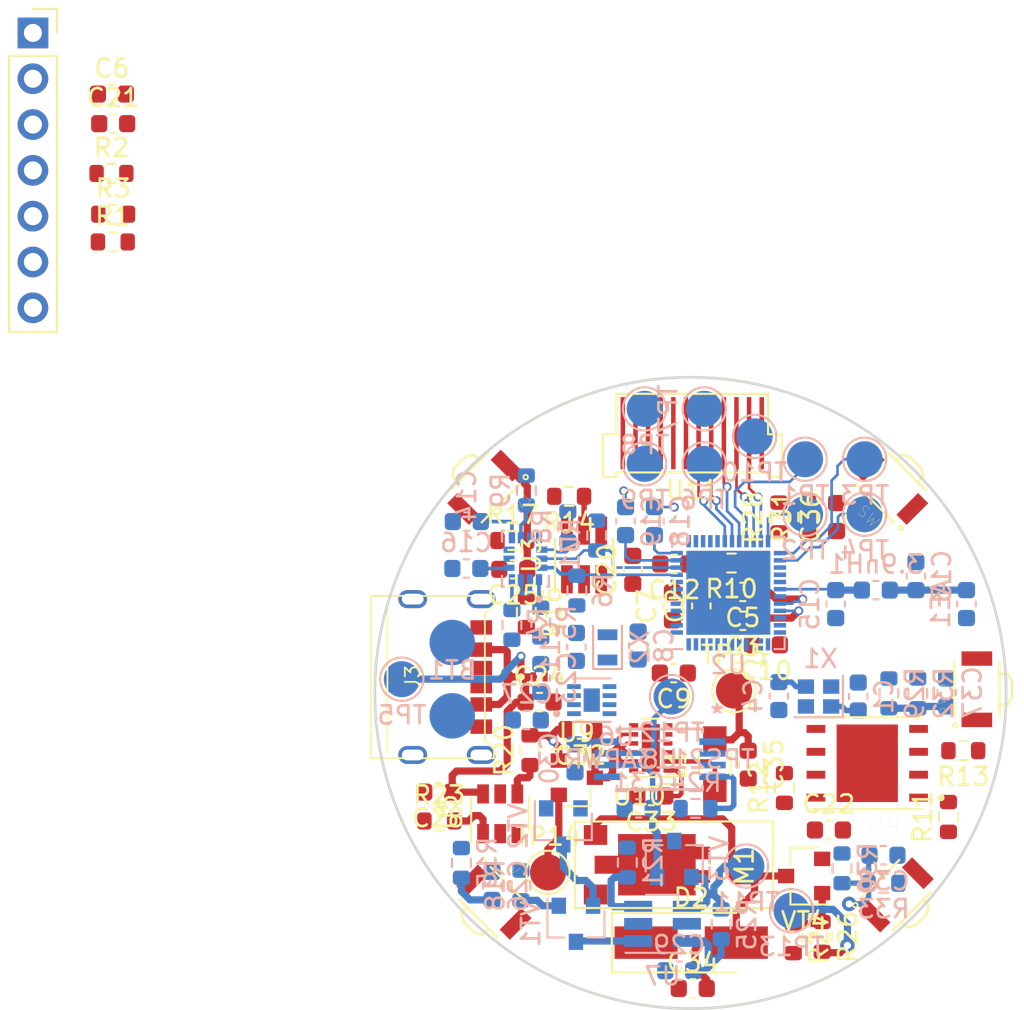
<source format=kicad_pcb>
(kicad_pcb (version 20171130) (host pcbnew "(5.1.10)-1")
  (layers (0 F.Cu signal) (1 In1.Cu power hide) (2 In2.Cu power hide) (31 B.Cu signal hide) (34 B.Paste user hide) (35 F.Paste user hide) (36 B.SilkS user hide) (37 F.SilkS user hide) (38 B.Mask user hide) (39 F.Mask user hide) (44 Edge.Cuts user))
  (net 0 "")
  (net 1 +3V3)
  (net 2 GND)
  (net 3 +5V)
  (net 4 "Net-(3.9nH1-Pad1)")
  (net 5 "Net-(3.9nH1-Pad2)")
  (net 6 +BATT)
  (net 7 /MCU/XC1)
  (net 8 /MCU/XC2)
  (net 9 /MCU/XL1)
  (net 10 /MCU/XL2)
  (net 11 /PSU_logic/V_Battery_P_SW)
  (net 12 /DCDC&PB/DCDC_VIN)
  (net 13 /DCDC&PB/L_SW_0)
  (net 14 /MCU/SCL_FG)
  (net 15 /MCU/SDA_FG)
  (net 16 "Net-(R12-Pad2)")
  (net 17 "Net-(R14-Pad1)")
  (net 18 /PSU_logic/Rlim)
  (net 19 "Net-(R20-Pad1)")
  (net 20 /MCU/PB_3_MCU)
  (net 21 /MCU/PB_4_MCU)
  (net 22 /MCU/PB_5_MCU)
  (net 23 /MCU/LEDK)
  (net 24 "Net-(U7-Pad1)")
  (net 25 "Net-(VT1-Pad2)")
  (net 26 /MCU/DEC4)
  (net 27 /MCU/DEC3)
  (net 28 /MCU/DEC2)
  (net 29 /MCU/DEC1)
  (net 30 /MCU/NFC2)
  (net 31 /MCU/NFC1)
  (net 32 /MCU/HEART_INT)
  (net 33 /MCU/MPU_SCL)
  (net 34 /MCU/MPU_SDA)
  (net 35 /MCU/PB_1_MCU)
  (net 36 /MCU/PB_2_MCU)
  (net 37 /DCDC&PB/Enable_motor)
  (net 38 /MCU/FLASH_MOSI)
  (net 39 /MCU/FLASH_SCK)
  (net 40 /MCU/FLASH_MISO)
  (net 41 /MCU/FLASH_CS)
  (net 42 /MCU/Backlight_EN_DIM)
  (net 43 /MCU/DISP_SDA)
  (net 44 /MCU/DISP_SCLK)
  (net 45 /MCU/DISP_CS)
  (net 46 /MCU/DISP_RESET)
  (net 47 /DCDC&PB/DCDC_ENABLE)
  (net 48 /MCU/SWD_SWO)
  (net 49 /MCU/SWD_RESET)
  (net 50 /MCU/SWD_SWDCLK)
  (net 51 /MCU/SWD_SWDIO)
  (net 52 /MCU/Length)
  (net 53 "Net-(C25-Pad1)")
  (net 54 "Net-(C26-Pad1)")
  (net 55 "Net-(C34-Pad2)")
  (net 56 "Net-(C36-Pad1)")
  (net 57 "Net-(C37-Pad1)")
  (net 58 "Net-(C38-Pad1)")
  (net 59 /MCU/HEART_RD)
  (net 60 /MCU/HEART_IRD)
  (net 61 "Net-(J3-PadA5)")
  (net 62 "Net-(J3-PadB5)")
  (net 63 "Net-(R13-Pad2)")
  (net 64 "Net-(R21-Pad1)")
  (net 65 "Net-(R23-Pad2)")
  (net 66 "Net-(R25-Pad2)")
  (net 67 "Net-(R26-Pad1)")
  (net 68 /MCU/DISP_DC)
  (net 69 "Net-(U2-Pad47)")
  (net 70 "Net-(U2-Pad44)")
  (net 71 "Net-(U5-Pad3)")
  (net 72 "Net-(U7-Pad5)")
  (net 73 "Net-(U10-Pad7)")
  (net 74 "Net-(U10-Pad6)")
  (net 75 /MCU/P6)
  (net 76 /MCU/P5)
  (net 77 "Net-(C14-Pad1)")
  (net 78 "Net-(C16-Pad1)")
  (net 79 /MCU/MPU_INT_1)
  (net 80 "Net-(R5-Pad2)")
  (net 81 /MCU/NC_PU)
  (net 82 /MCU/MPU_INT_2)
  (net 83 /MCU/FG_OD_ALRT_N)
  (net 84 "Net-(U8-Pad1)")
  (net 85 "Net-(U1-Pad10)")
  (net 86 "Net-(U1-Pad11)")
  (net 87 /MCU/HEART_SDA)
  (net 88 /MCU/HEART_SCL)
  (net 89 /MCU/P17)
  (module TestPoint:TestPoint_Pad_D2.0mm (layer B.Cu) (at 92.456 74.676)
    (fp_text reference TP10 (at 0 1.998) (layer B.SilkS) (effects (justify mirror)))
    (fp_text value TestPoint)
    (pad 1 smd circle (at 0 0) (size 2 2) (layers B.Cu B.Mask) (net 46 /MCU/DISP_RESET))
  )
  (module TestPoint:TestPoint_Pad_D2.0mm (layer B.Cu) (at 86.36 73.152)
    (fp_text reference TP8 (at 0 1.998) (layer B.SilkS) (effects (justify mirror)))
    (fp_text value TestPoint)
    (pad 1 smd circle (at 0 0) (size 2 2) (layers B.Cu B.Mask) (net 68 /MCU/DISP_DC))
  )
  (module TestPoint:TestPoint_Pad_D2.0mm (layer F.Cu) (at 91.313 88.773)
    (fp_text reference TP15 (at 0 -1.998) (layer F.SilkS))
    (fp_text value TestPoint)
    (pad 1 smd circle (at 0 0) (size 2 2) (layers F.Cu F.Mask) (net 1 +3V3))
  )
  (module TestPoint:TestPoint_Pad_D2.0mm (layer F.Cu) (at 81 98.85)
    (fp_text reference TP14 (at 0 -1.998) (layer F.SilkS))
    (fp_text value TestPoint)
    (pad 1 smd circle (at 0 0) (size 2 2) (layers F.Cu F.Mask) (net 47 /DCDC&PB/DCDC_ENABLE))
  )
  (module TestPoint:TestPoint_Pad_D2.0mm (layer B.Cu) (at 94.5 100.975)
    (fp_text reference TP13 (at 0 1.998) (layer B.SilkS) (effects (justify mirror)))
    (fp_text value TestPoint)
    (pad 1 smd circle (at 0 0) (size 2 2) (layers B.Cu B.Mask) (net 37 /DCDC&PB/Enable_motor))
  )
  (module TestPoint:TestPoint_Pad_D2.0mm (layer B.Cu) (at 87.85 89.1)
    (fp_text reference TP12 (at 0 1.998) (layer B.SilkS) (effects (justify mirror)))
    (fp_text value TestPoint)
    (pad 1 smd circle (at 0 0) (size 2 2) (layers B.Cu B.Mask) (net 12 /DCDC&PB/DCDC_VIN))
  )
  (module TestPoint:TestPoint_Pad_D2.0mm (layer B.Cu) (at 92 98.5)
    (fp_text reference TP11 (at 0 1.998) (layer B.SilkS) (effects (justify mirror)))
    (fp_text value TestPoint)
    (pad 1 smd circle (at 0 0) (size 2 2) (layers B.Cu B.Mask) (net 66 "Net-(R25-Pad2)"))
  )
  (module TestPoint:TestPoint_Pad_D2.0mm (layer B.Cu) (at 86.36 76.2)
    (fp_text reference TP9 (at 0 1.998) (layer B.SilkS) (effects (justify mirror)))
    (fp_text value TestPoint)
    (pad 1 smd circle (at 0 0) (size 2 2) (layers B.Cu B.Mask) (net 45 /MCU/DISP_CS))
  )
  (module TestPoint:TestPoint_Pad_D2.0mm (layer B.Cu) (at 89.662 73.152 270)
    (fp_text reference TP7 (at 0 1.998 90) (layer B.SilkS) (effects (justify mirror)))
    (fp_text value TestPoint)
    (pad 1 smd circle (at 0 0 270) (size 2 2) (layers B.Cu B.Mask) (net 44 /MCU/DISP_SCLK))
  )
  (module TestPoint:TestPoint_Pad_D2.0mm (layer B.Cu) (at 89.662 76.2)
    (fp_text reference TP6 (at 0 1.998) (layer B.SilkS) (effects (justify mirror)))
    (fp_text value TestPoint)
    (pad 1 smd circle (at 0 0) (size 2 2) (layers B.Cu B.Mask) (net 43 /MCU/DISP_SDA))
  )
  (module TestPoint:TestPoint_Pad_D2.0mm (layer B.Cu) (at 72.898 88.138)
    (fp_text reference TP5 (at 0 1.998) (layer B.SilkS) (effects (justify mirror)))
    (fp_text value TestPoint)
    (pad 1 smd circle (at 0 0) (size 2 2) (layers B.Cu B.Mask) (net 3 +5V))
  )
  (module TestPoint:TestPoint_Pad_D2.0mm (layer B.Cu) (at 98.552 78.994)
    (fp_text reference TP4 (at 0 1.998) (layer B.SilkS) (effects (justify mirror)))
    (fp_text value TestPoint)
    (pad 1 smd circle (at 0 0) (size 2 2) (layers B.Cu B.Mask) (net 51 /MCU/SWD_SWDIO))
  )
  (module TestPoint:TestPoint_Pad_D2.0mm (layer B.Cu) (at 98.552 75.946)
    (fp_text reference TP3 (at 0 1.998) (layer B.SilkS) (effects (justify mirror)))
    (fp_text value TestPoint)
    (pad 1 smd circle (at 0 0) (size 2 2) (layers B.Cu B.Mask) (net 50 /MCU/SWD_SWDCLK))
  )
  (module TestPoint:TestPoint_Pad_D2.0mm (layer B.Cu) (at 95.25 78.994)
    (fp_text reference TP2 (at 0 1.998) (layer B.SilkS) (effects (justify mirror)))
    (fp_text value TestPoint)
    (pad 1 smd circle (at 0 0) (size 2 2) (layers B.Cu B.Mask) (net 49 /MCU/SWD_RESET))
  )
  (module TestPoint:TestPoint_Pad_D2.0mm (layer B.Cu) (at 95.25 75.946)
    (fp_text reference TP1 (at 0 1.998) (layer B.SilkS) (effects (justify mirror)))
    (fp_text value TestPoint)
    (pad 1 smd circle (at 0 0) (size 2 2) (layers B.Cu B.Mask) (net 48 /MCU/SWD_SWO))
  )
  (module Capacitor_SMD:C_0603_1608Metric (layer F.Cu) (at 80.531 89.408)
    (fp_text reference C24 (at 0 -1.43) (layer F.SilkS))
    (fp_text value "10 uF")
    (pad 2 smd roundrect (at 0.775 0) (size 0.9 0.95) (layers F.Cu F.Paste F.Mask) (net 2 GND))
    (pad 1 smd roundrect (at -0.775 0) (size 0.9 0.95) (layers F.Cu F.Paste F.Mask) (net 3 +5V))
  )
  (module LocalFootprints:BatteryPads (layer B.Cu) (at 75.692 88.138)
    (fp_text reference BT1 (at 0 -0.5) (layer B.SilkS) (effects (justify mirror)))
    (fp_text value Battery_Cell)
    (pad 2 smd circle (at 0 -2.032) (size 2.524 2.524) (layers B.Cu B.Paste B.Mask) (net 2 GND))
    (pad 1 smd circle (at 0 2.032) (size 2.524 2.524) (layers B.Cu B.Paste B.Mask) (net 6 +BATT))
  )
  (module OmronSwitch:SW_B3U-3000P (layer F.Cu) (at 77.5 77.5 225)
    (fp_text reference SW1 (at -0.568758 -2.009071 45) (layer F.SilkS) (effects (font (size 0.640851 0.640851) (thickness 0.015))))
    (fp_text value SW_Push)
    (pad 1 smd rect (at -1.7 0 225) (size 0.8 1.7) (layers F.Cu F.Paste F.Mask) (net 53 "Net-(C25-Pad1)"))
    (pad 2 smd rect (at 1.7 0 225) (size 0.8 1.7) (layers F.Cu F.Paste F.Mask) (net 6 +BATT))
  )
  (module LocalFootprints:MAX17048G (layer B.Cu) (at 83.425 89.3)
    (fp_text reference U6 (at 1.365 2.017 180) (layer B.SilkS) (effects (justify mirror)))
    (fp_text value MAX17048G+T10)
    (pad 9 smd rect (at 0 0) (size 0.9 1.3) (layers B.Cu B.Mask) (net 2 GND))
    (pad 8 smd rect (at 0.985 0.75) (size 0.76 0.27) (layers B.Cu B.Paste B.Mask) (net 15 /MCU/SDA_FG))
    (pad 7 smd rect (at 0.985 0.25) (size 0.76 0.27) (layers B.Cu B.Paste B.Mask) (net 14 /MCU/SCL_FG))
    (pad 6 smd rect (at 0.985 -0.25) (size 0.76 0.27) (layers B.Cu B.Paste B.Mask) (net 2 GND))
    (pad 5 smd rect (at 0.985 -0.75) (size 0.76 0.27) (layers B.Cu B.Paste B.Mask) (net 83 /MCU/FG_OD_ALRT_N))
    (pad 4 smd rect (at -0.985 -0.75) (size 0.76 0.27) (layers B.Cu B.Paste B.Mask) (net 2 GND))
    (pad 3 smd rect (at -0.985 -0.25) (size 0.76 0.27) (layers B.Cu B.Paste B.Mask) (net 6 +BATT))
    (pad 2 smd rect (at -0.985 0.25) (size 0.76 0.27) (layers B.Cu B.Paste B.Mask) (net 6 +BATT))
    (pad 1 smd rect (at -0.985 0.75) (size 0.76 0.27) (layers B.Cu B.Paste B.Mask) (net 2 GND))
  )
  (module LocalFootprints:LSM6DSLTR (layer B.Cu) (at 79.75 81.46 90)
    (fp_text reference U1 (at 0.325625 2.489795 90) (layer B.SilkS) (effects (font (size 1.001929 1.001929)) (justify mirror)))
    (fp_text value LSM6DSLTR)
    (pad 4 smd rect (at -1.16 -0.75 90) (size 0.61 0.35) (layers B.Cu B.Paste B.Mask) (net 79 /MCU/MPU_INT_1))
    (pad 3 smd rect (at -1.16 -0.25 90) (size 0.61 0.35) (layers B.Cu B.Paste B.Mask) (net 1 +3V3))
    (pad 2 smd rect (at -1.16 0.25 90) (size 0.61 0.35) (layers B.Cu B.Paste B.Mask) (net 1 +3V3))
    (pad 1 smd rect (at -1.16 0.75 90) (size 0.61 0.35) (layers B.Cu B.Paste B.Mask) (net 80 "Net-(R5-Pad2)"))
    (pad 7 smd rect (at 0.5 -0.91 90) (size 0.35 0.61) (layers B.Cu B.Paste B.Mask) (net 2 GND))
    (pad 6 smd rect (at 0 -0.91 90) (size 0.35 0.61) (layers B.Cu B.Paste B.Mask) (net 2 GND))
    (pad 5 smd rect (at -0.5 -0.91 90) (size 0.35 0.61) (layers B.Cu B.Paste B.Mask) (net 78 "Net-(C16-Pad1)"))
    (pad 8 smd rect (at 1.16 -0.75 90) (size 0.61 0.35) (layers B.Cu B.Paste B.Mask) (net 77 "Net-(C14-Pad1)"))
    (pad 9 smd rect (at 1.16 -0.25 90) (size 0.61 0.35) (layers B.Cu B.Paste B.Mask) (net 82 /MCU/MPU_INT_2))
    (pad 10 smd rect (at 1.16 0.25 90) (size 0.61 0.35) (layers B.Cu B.Paste B.Mask) (net 85 "Net-(U1-Pad10)"))
    (pad 11 smd rect (at 1.16 0.75 90) (size 0.61 0.35) (layers B.Cu B.Paste B.Mask) (net 86 "Net-(U1-Pad11)"))
    (pad 12 smd rect (at 0.5 0.91 90) (size 0.35 0.61) (layers B.Cu B.Paste B.Mask) (net 81 /MCU/NC_PU))
    (pad 13 smd rect (at 0 0.91 90) (size 0.35 0.61) (layers B.Cu B.Paste B.Mask) (net 33 /MCU/MPU_SCL))
    (pad 14 smd rect (at -0.5 0.91 90) (size 0.35 0.61) (layers B.Cu B.Paste B.Mask) (net 34 /MCU/MPU_SDA))
  )
  (module LocalFootprints:TPS2115APWR (layer B.Cu) (at 87.2 92.574999 180)
    (fp_text reference U8 (at 0 0) (layer B.SilkS) (effects (justify mirror)))
    (fp_text value TPS2113APWR (at 0 0) (layer B.SilkS) (effects (justify mirror)))
    (fp_text user * (at -3.175 2.4828) (layer B.SilkS) (effects (justify mirror)))
    (fp_text user * (at -3.175 2.4828) (layer B.SilkS) (effects (justify mirror)))
    (pad 8 smd rect (at 2.921 0.974999 180) (size 1.461999 0.3648) (layers B.Cu B.Paste B.Mask) (net 3 +5V))
    (pad 7 smd rect (at 2.921 0.325001 180) (size 1.461999 0.3648) (layers B.Cu B.Paste B.Mask) (net 12 /DCDC&PB/DCDC_VIN))
    (pad 6 smd rect (at 2.921 -0.325001 180) (size 1.461999 0.3648) (layers B.Cu B.Paste B.Mask) (net 11 /PSU_logic/V_Battery_P_SW))
    (pad 5 smd rect (at 2.921 -0.974999 180) (size 1.461999 0.3648) (layers B.Cu B.Paste B.Mask) (net 2 GND))
    (pad 4 smd rect (at -2.921 -0.974999 180) (size 1.461999 0.3648) (layers B.Cu B.Paste B.Mask) (net 18 /PSU_logic/Rlim))
    (pad 3 smd rect (at -2.921 -0.325001 180) (size 1.461999 0.3648) (layers B.Cu B.Paste B.Mask) (net 2 GND))
    (pad 2 smd rect (at -2.921 0.325001 180) (size 1.461999 0.3648) (layers B.Cu B.Paste B.Mask) (net 2 GND))
    (pad 1 smd rect (at -2.921 0.974999 180) (size 1.461999 0.3648) (layers B.Cu B.Paste B.Mask) (net 84 "Net-(U8-Pad1)"))
  )
  (module Resistor_SMD:R_0603_1608Metric (layer F.Cu) (at 91.175 81.7 180)
    (fp_text reference R10 (at 0 -1.43) (layer F.SilkS))
    (fp_text value 10k)
    (pad 2 smd roundrect (at 0.825 0 180) (size 0.8 0.95) (layers F.Cu F.Paste F.Mask) (net 83 /MCU/FG_OD_ALRT_N))
    (pad 1 smd roundrect (at -0.825 0 180) (size 0.8 0.95) (layers F.Cu F.Paste F.Mask) (net 1 +3V3))
  )
  (module Resistor_SMD:R_0603_1608Metric (layer B.Cu) (at 79.8 77.675 270)
    (fp_text reference R9 (at 0 1.43 90) (layer B.SilkS) (effects (justify mirror)))
    (fp_text value 10k)
    (pad 2 smd roundrect (at 0.825 0 270) (size 0.8 0.95) (layers B.Cu B.Paste B.Mask) (net 82 /MCU/MPU_INT_2))
    (pad 1 smd roundrect (at -0.825 0 270) (size 0.8 0.95) (layers B.Cu B.Paste B.Mask) (net 1 +3V3))
  )
  (module Capacitor_SMD:C_0603_1608Metric (layer B.Cu) (at 79.825 90.4 180)
    (fp_text reference C27 (at 0 1.43) (layer B.SilkS) (effects (justify mirror)))
    (fp_text value "100 nF")
    (pad 2 smd roundrect (at 0.775 0 180) (size 0.9 0.95) (layers B.Cu B.Paste B.Mask) (net 2 GND))
    (pad 1 smd roundrect (at -0.775 0 180) (size 0.9 0.95) (layers B.Cu B.Paste B.Mask) (net 6 +BATT))
  )
  (module OmronSwitch:SW_B3U-3000P (layer F.Cu) (at 100.302082 100.097918 45)
    (fp_text reference SW5 (at -0.568758 -2.009071 45) (layer F.SilkS) (effects (font (size 0.640851 0.640851) (thickness 0.015))))
    (fp_text value SW_Push)
    (pad 1 smd rect (at -1.7 0 45) (size 0.8 1.7) (layers F.Cu F.Paste F.Mask) (net 58 "Net-(C38-Pad1)"))
    (pad 2 smd rect (at 1.7 0 45) (size 0.8 1.7) (layers F.Cu F.Paste F.Mask) (net 1 +3V3))
  )
  (module OmronSwitch:SW_B3U-3000P (layer F.Cu) (at 104.775 88.695 90)
    (fp_text reference SW4 (at -0.568758 -2.009071 90) (layer F.SilkS) (effects (font (size 0.640851 0.640851) (thickness 0.015))))
    (fp_text value SW_Push)
    (pad 1 smd rect (at -1.7 0 90) (size 0.8 1.7) (layers F.Cu F.Paste F.Mask) (net 57 "Net-(C37-Pad1)"))
    (pad 2 smd rect (at 1.7 0 90) (size 0.8 1.7) (layers F.Cu F.Paste F.Mask) (net 1 +3V3))
  )
  (module OmronSwitch:SW_B3U-3000P (layer F.Cu) (at 99.997918 77.497918 135)
    (fp_text reference SW3 (at -0.568758 -2.009071 135) (layer F.SilkS) (effects (font (size 0.640851 0.640851) (thickness 0.015))))
    (fp_text value SW_Push)
    (pad 1 smd rect (at -1.7 0 135) (size 0.8 1.7) (layers F.Cu F.Paste F.Mask) (net 56 "Net-(C36-Pad1)"))
    (pad 2 smd rect (at 1.7 0 135) (size 0.8 1.7) (layers F.Cu F.Paste F.Mask) (net 1 +3V3))
  )
  (module OmronSwitch:SW_B3U-3000P (layer F.Cu) (at 78 100.5 315)
    (fp_text reference SW2 (at -0.568758 -2.009071 135) (layer F.SilkS) (effects (font (size 0.640851 0.640851) (thickness 0.015))))
    (fp_text value SW_Push)
    (pad 1 smd rect (at -1.7 0 315) (size 0.8 1.7) (layers F.Cu F.Paste F.Mask) (net 54 "Net-(C26-Pad1)"))
    (pad 2 smd rect (at 1.7 0 315) (size 0.8 1.7) (layers F.Cu F.Paste F.Mask) (net 6 +BATT))
  )
  (module LocalFootprints:TVS_DFN1006 (layer F.Cu) (at 80.518 88.011)
    (fp_text reference D1 (at 0.782 -1.1564) (layer F.SilkS) (effects (font (size 0.64 0.64) (thickness 0.015))))
    (fp_text value D_TVS)
    (pad 2 smd rect (at 0.325 0) (size 0.28 0.52) (layers F.Cu F.Paste F.Mask) (net 2 GND))
    (pad 1 smd rect (at -0.325 0) (size 0.28 0.52) (layers F.Cu F.Paste F.Mask) (net 3 +5V))
  )
  (module LocalFootprints:VibrationMorot4x4x11 (layer F.Cu) (at 86.487 98.425 180)
    (fp_text reference M1 (at -5.4 -0.1 90) (layer F.SilkS))
    (fp_text value Motor_DC)
    (pad CASE smd custom (at -1.05 -0.1 180) (size 1.524 1.524) (layers F.Cu F.Paste F.Mask) (net 2 GND) (options (clearance outline) (anchor rect)) (primitives (gr_poly (pts (xy 2.65 -0.4) (xy 3.95 -0.4) (xy 3.95 0.6) (xy 2.65 0.6) (xy 2.65 1.8) (xy -1.65 1.8) (xy -1.65 1.1) (xy -2.45 1.1) (xy -2.45 0.4) (xy -1.65 0.4) (xy -1.65 -0.2) (xy -2.45 -0.2) (xy -2.45 -0.9) (xy -1.65 -0.9) (xy -1.65 -1.6) (xy 2.65 -1.6)) (width 0))))
    (pad 1 smd rect (at 2.85 -1.65 180) (size 1.3 1.1) (layers F.Cu F.Paste F.Mask) (net 1 +3V3))
    (pad 2 smd rect (at 2.85 1.65 180) (size 1.3 1.1) (layers F.Cu F.Paste F.Mask) (net 55 "Net-(C34-Pad2)"))
  )
  (module LocalFootprints:W25Q128JVPIQ (layer F.Cu) (at 98.7 92.8 180)
    (fp_text reference U4 (at -0.915 -3.362) (layer F.SilkS) (effects (font (thickness 0.015))))
    (fp_text value MX25R1635F)
    (pad 9 smd rect (at 0 0 180) (size 3.4 4.3) (layers F.Cu F.Mask))
    (pad 8 smd rect (at 2.845 -1.905 180) (size 1.04 0.44) (layers F.Cu F.Paste F.Mask) (net 1 +3V3))
    (pad 7 smd rect (at 2.845 -0.635 180) (size 1.04 0.44) (layers F.Cu F.Paste F.Mask) (net 16 "Net-(R12-Pad2)"))
    (pad 6 smd rect (at 2.845 0.635 180) (size 1.04 0.44) (layers F.Cu F.Paste F.Mask) (net 39 /MCU/FLASH_SCK))
    (pad 5 smd rect (at 2.845 1.905 180) (size 1.04 0.44) (layers F.Cu F.Paste F.Mask) (net 38 /MCU/FLASH_MOSI))
    (pad 4 smd rect (at -2.845 1.905 180) (size 1.04 0.44) (layers F.Cu F.Paste F.Mask) (net 2 GND))
    (pad 3 smd rect (at -2.845 0.635 180) (size 1.04 0.44) (layers F.Cu F.Paste F.Mask) (net 63 "Net-(R13-Pad2)"))
    (pad 2 smd rect (at -2.845 -0.635 180) (size 1.04 0.44) (layers F.Cu F.Paste F.Mask) (net 40 /MCU/FLASH_MISO))
    (pad 1 smd rect (at -2.845 -1.905 180) (size 1.04 0.44) (layers F.Cu F.Paste F.Mask) (net 41 /MCU/FLASH_CS))
  )
  (module Resistor_SMD:R_0603_1608Metric (layer B.Cu) (at 99.6 99.45)
    (fp_text reference R33 (at 0 1.43 -180) (layer B.SilkS) (effects (justify mirror)))
    (fp_text value 10k)
    (pad 2 smd roundrect (at 0.825 0) (size 0.8 0.95) (layers B.Cu B.Paste B.Mask) (net 2 GND))
    (pad 1 smd roundrect (at -0.825 0) (size 0.8 0.95) (layers B.Cu B.Paste B.Mask) (net 58 "Net-(C38-Pad1)"))
  )
  (module Resistor_SMD:R_0603_1608Metric (layer B.Cu) (at 101.5 88.925 90)
    (fp_text reference R32 (at 0 1.43 90) (layer B.SilkS) (effects (justify mirror)))
    (fp_text value 10k)
    (pad 2 smd roundrect (at 0.825 0 90) (size 0.8 0.95) (layers B.Cu B.Paste B.Mask) (net 2 GND))
    (pad 1 smd roundrect (at -0.825 0 90) (size 0.8 0.95) (layers B.Cu B.Paste B.Mask) (net 57 "Net-(C37-Pad1)"))
  )
  (module Resistor_SMD:R_0603_1608Metric (layer F.Cu) (at 95.4 79.15 90)
    (fp_text reference R31 (at 0 -1.43 90) (layer F.SilkS))
    (fp_text value 10k)
    (pad 2 smd roundrect (at 0.825 0 90) (size 0.8 0.95) (layers F.Cu F.Paste F.Mask) (net 2 GND))
    (pad 1 smd roundrect (at -0.825 0 90) (size 0.8 0.95) (layers F.Cu F.Paste F.Mask) (net 56 "Net-(C36-Pad1)"))
  )
  (module Resistor_SMD:R_0603_1608Metric (layer B.Cu) (at 97.3 98.625 90)
    (fp_text reference R30 (at 0 1.43 270) (layer B.SilkS) (effects (justify mirror)))
    (fp_text value 330)
    (pad 2 smd roundrect (at 0.825 0 90) (size 0.8 0.95) (layers B.Cu B.Paste B.Mask) (net 22 /MCU/PB_5_MCU))
    (pad 1 smd roundrect (at -0.825 0 90) (size 0.8 0.95) (layers B.Cu B.Paste B.Mask) (net 58 "Net-(C38-Pad1)"))
  )
  (module Resistor_SMD:R_0603_1608Metric (layer B.Cu) (at 99.9 88.925 90)
    (fp_text reference R29 (at 0 1.43 270) (layer B.SilkS) (effects (justify mirror)))
    (fp_text value 330)
    (pad 2 smd roundrect (at 0.825 0 90) (size 0.8 0.95) (layers B.Cu B.Paste B.Mask) (net 21 /MCU/PB_4_MCU))
    (pad 1 smd roundrect (at -0.825 0 90) (size 0.8 0.95) (layers B.Cu B.Paste B.Mask) (net 57 "Net-(C37-Pad1)"))
  )
  (module Resistor_SMD:R_0603_1608Metric (layer F.Cu) (at 93.8 79.175 90)
    (fp_text reference R28 (at 0 -1.43 90) (layer F.SilkS))
    (fp_text value 330)
    (pad 2 smd roundrect (at 0.825 0 90) (size 0.8 0.95) (layers F.Cu F.Paste F.Mask) (net 20 /MCU/PB_3_MCU))
    (pad 1 smd roundrect (at -0.825 0 90) (size 0.8 0.95) (layers F.Cu F.Paste F.Mask) (net 56 "Net-(C36-Pad1)"))
  )
  (module Resistor_SMD:R_0603_1608Metric (layer F.Cu) (at 94.6 102.5 270)
    (fp_text reference R27 (at 0 -1.43 90) (layer F.SilkS))
    (fp_text value 10k)
    (pad 2 smd roundrect (at 0.825 0 270) (size 0.8 0.95) (layers F.Cu F.Paste F.Mask) (net 2 GND))
    (pad 1 smd roundrect (at -0.825 0 270) (size 0.8 0.95) (layers F.Cu F.Paste F.Mask) (net 67 "Net-(R26-Pad1)"))
  )
  (module Resistor_SMD:R_0603_1608Metric (layer F.Cu) (at 96.2 102.425 270)
    (fp_text reference R26 (at 0 -1.43 90) (layer F.SilkS))
    (fp_text value 330)
    (pad 2 smd roundrect (at 0.825 0 270) (size 0.8 0.95) (layers F.Cu F.Paste F.Mask) (net 37 /DCDC&PB/Enable_motor))
    (pad 1 smd roundrect (at -0.825 0 270) (size 0.8 0.95) (layers F.Cu F.Paste F.Mask) (net 67 "Net-(R26-Pad1)"))
  )
  (module Resistor_SMD:R_0603_1608Metric (layer B.Cu) (at 90.6 101.725 90)
    (fp_text reference R25 (at 0 1.43 270) (layer B.SilkS) (effects (justify mirror)))
    (fp_text value 10k)
    (pad 2 smd roundrect (at 0.825 0 90) (size 0.8 0.95) (layers B.Cu B.Paste B.Mask) (net 66 "Net-(R25-Pad2)"))
    (pad 1 smd roundrect (at -0.825 0 90) (size 0.8 0.95) (layers B.Cu B.Paste B.Mask) (net 6 +BATT))
  )
  (module Resistor_SMD:R_0603_1608Metric (layer B.Cu) (at 89.175 95.3 180)
    (fp_text reference R24 (at 0 1.43) (layer B.SilkS) (effects (justify mirror)))
    (fp_text value 330)
    (pad 2 smd roundrect (at 0.825 0 180) (size 0.8 0.95) (layers B.Cu B.Paste B.Mask) (net 2 GND))
    (pad 1 smd roundrect (at -0.825 0 180) (size 0.8 0.95) (layers B.Cu B.Paste B.Mask) (net 18 /PSU_logic/Rlim))
  )
  (module Resistor_SMD:R_0603_1608Metric (layer F.Cu) (at 74.975 96)
    (fp_text reference R23 (at 0 -1.43) (layer F.SilkS))
    (fp_text value 10k)
    (pad 2 smd roundrect (at 0.825 0) (size 0.8 0.95) (layers F.Cu F.Paste F.Mask) (net 65 "Net-(R23-Pad2)"))
    (pad 1 smd roundrect (at -0.825 0) (size 0.8 0.95) (layers F.Cu F.Paste F.Mask) (net 2 GND))
  )
  (module Resistor_SMD:R_0603_1608Metric (layer B.Cu) (at 85.4 98.3 90)
    (fp_text reference R21 (at 0 1.43 270) (layer B.SilkS) (effects (justify mirror)))
    (fp_text value 10k)
    (pad 2 smd roundrect (at 0.825 0 90) (size 0.8 0.95) (layers B.Cu B.Paste B.Mask) (net 2 GND))
    (pad 1 smd roundrect (at -0.825 0 90) (size 0.8 0.95) (layers B.Cu B.Paste B.Mask) (net 64 "Net-(R21-Pad1)"))
  )
  (module Resistor_SMD:R_0603_1608Metric (layer F.Cu) (at 80 92.075 90)
    (fp_text reference R20 (at 0 -1.43 90) (layer F.SilkS))
    (fp_text value 10k)
    (pad 2 smd roundrect (at 0.825 0 90) (size 0.8 0.95) (layers F.Cu F.Paste F.Mask) (net 2 GND))
    (pad 1 smd roundrect (at -0.825 0 90) (size 0.8 0.95) (layers F.Cu F.Paste F.Mask) (net 19 "Net-(R20-Pad1)"))
  )
  (module Resistor_SMD:R_0603_1608Metric (layer B.Cu) (at 79.5 99.575 270)
    (fp_text reference R18 (at 0 1.43 90) (layer B.SilkS) (effects (justify mirror)))
    (fp_text value 10k)
    (pad 2 smd roundrect (at 0.825 0 270) (size 0.8 0.95) (layers B.Cu B.Paste B.Mask) (net 54 "Net-(C26-Pad1)"))
    (pad 1 smd roundrect (at -0.825 0 270) (size 0.8 0.95) (layers B.Cu B.Paste B.Mask) (net 2 GND))
  )
  (module Resistor_SMD:R_0603_1608Metric (layer F.Cu) (at 79.025 80.45)
    (fp_text reference R17 (at 0 -1.43 180) (layer F.SilkS))
    (fp_text value 10k)
    (pad 2 smd roundrect (at 0.825 0) (size 0.8 0.95) (layers F.Cu F.Paste F.Mask) (net 53 "Net-(C25-Pad1)"))
    (pad 1 smd roundrect (at -0.825 0) (size 0.8 0.95) (layers F.Cu F.Paste F.Mask) (net 2 GND))
  )
  (module Resistor_SMD:R_0603_1608Metric (layer F.Cu) (at 79.8 84.425 270)
    (fp_text reference R16 (at 0 -1.43 270) (layer F.SilkS))
    (fp_text value 330)
    (pad 2 smd roundrect (at 0.825 0 270) (size 0.8 0.95) (layers F.Cu F.Paste F.Mask) (net 36 /MCU/PB_2_MCU))
    (pad 1 smd roundrect (at -0.825 0 270) (size 0.8 0.95) (layers F.Cu F.Paste F.Mask) (net 53 "Net-(C25-Pad1)"))
  )
  (module Resistor_SMD:R_0603_1608Metric (layer B.Cu) (at 76.2 98.325 90)
    (fp_text reference R15 (at 0 1.43 90) (layer B.SilkS) (effects (justify mirror)))
    (fp_text value 330)
    (pad 2 smd roundrect (at 0.825 0 90) (size 0.8 0.95) (layers B.Cu B.Paste B.Mask) (net 35 /MCU/PB_1_MCU))
    (pad 1 smd roundrect (at -0.825 0 90) (size 0.8 0.95) (layers B.Cu B.Paste B.Mask) (net 54 "Net-(C26-Pad1)"))
  )
  (module Resistor_SMD:R_0603_1608Metric (layer F.Cu) (at 82.175 78 180)
    (fp_text reference R14 (at 0 -1.43) (layer F.SilkS))
    (fp_text value 10k)
    (pad 2 smd roundrect (at 0.825 0 180) (size 0.8 0.95) (layers F.Cu F.Paste F.Mask) (net 2 GND))
    (pad 1 smd roundrect (at -0.825 0 180) (size 0.8 0.95) (layers F.Cu F.Paste F.Mask) (net 17 "Net-(R14-Pad1)"))
  )
  (module Resistor_SMD:R_0603_1608Metric (layer F.Cu) (at 104.025 92.1 180)
    (fp_text reference R13 (at 0 -1.43) (layer F.SilkS))
    (fp_text value 10k)
    (pad 2 smd roundrect (at 0.825 0 180) (size 0.8 0.95) (layers F.Cu F.Paste F.Mask) (net 63 "Net-(R13-Pad2)"))
    (pad 1 smd roundrect (at -0.825 0 180) (size 0.8 0.95) (layers F.Cu F.Paste F.Mask) (net 1 +3V3))
  )
  (module Resistor_SMD:R_0603_1608Metric (layer F.Cu) (at 94.107 94.17 90)
    (fp_text reference R12 (at 0 -1.43 90) (layer F.SilkS))
    (fp_text value 10k)
    (pad 2 smd roundrect (at 0.825 0 90) (size 0.8 0.95) (layers F.Cu F.Paste F.Mask) (net 16 "Net-(R12-Pad2)"))
    (pad 1 smd roundrect (at -0.825 0 90) (size 0.8 0.95) (layers F.Cu F.Paste F.Mask) (net 1 +3V3))
  )
  (module Resistor_SMD:R_0603_1608Metric (layer F.Cu) (at 103.2 95.775 90)
    (fp_text reference R11 (at 0 -1.43 90) (layer F.SilkS))
    (fp_text value 10k)
    (pad 2 smd roundrect (at 0.825 0 90) (size 0.8 0.95) (layers F.Cu F.Paste F.Mask) (net 41 /MCU/FLASH_CS))
    (pad 1 smd roundrect (at -0.825 0 90) (size 0.8 0.95) (layers F.Cu F.Paste F.Mask) (net 1 +3V3))
  )
  (module Resistor_SMD:R_0603_1608Metric (layer B.Cu) (at 82.1 79.675 270)
    (fp_text reference R8 (at 0 1.43 90) (layer B.SilkS) (effects (justify mirror)))
    (fp_text value 10k)
    (pad 2 smd roundrect (at 0.825 0 270) (size 0.8 0.95) (layers B.Cu B.Paste B.Mask) (net 81 /MCU/NC_PU))
    (pad 1 smd roundrect (at -0.825 0 270) (size 0.8 0.95) (layers B.Cu B.Paste B.Mask) (net 1 +3V3))
  )
  (module Resistor_SMD:R_0603_1608Metric (layer B.Cu) (at 83.7 80.175 270)
    (fp_text reference R7 (at 0 1.43 270) (layer B.SilkS) (effects (justify mirror)))
    (fp_text value 10k)
    (pad 2 smd roundrect (at 0.825 0 270) (size 0.8 0.95) (layers B.Cu B.Paste B.Mask) (net 33 /MCU/MPU_SCL))
    (pad 1 smd roundrect (at -0.825 0 270) (size 0.8 0.95) (layers B.Cu B.Paste B.Mask) (net 1 +3V3))
  )
  (module Resistor_SMD:R_0603_1608Metric (layer B.Cu) (at 82.6 83.225 90)
    (fp_text reference R6 (at 0 1.43 270) (layer B.SilkS) (effects (justify mirror)))
    (fp_text value 10k)
    (pad 2 smd roundrect (at 0.825 0 90) (size 0.8 0.95) (layers B.Cu B.Paste B.Mask) (net 34 /MCU/MPU_SDA))
    (pad 1 smd roundrect (at -0.825 0 90) (size 0.8 0.95) (layers B.Cu B.Paste B.Mask) (net 1 +3V3))
  )
  (module Resistor_SMD:R_0603_1608Metric (layer B.Cu) (at 80.6 85 90)
    (fp_text reference R5 (at 0 1.43 90) (layer B.SilkS) (effects (justify mirror)))
    (fp_text value 10k)
    (pad 2 smd roundrect (at 0.825 0 90) (size 0.8 0.95) (layers B.Cu B.Paste B.Mask) (net 80 "Net-(R5-Pad2)"))
    (pad 1 smd roundrect (at -0.825 0 90) (size 0.8 0.95) (layers B.Cu B.Paste B.Mask) (net 1 +3V3))
  )
  (module Resistor_SMD:R_0603_1608Metric (layer B.Cu) (at 79 85.125 90)
    (fp_text reference R4 (at 0 1.43 90) (layer B.SilkS) (effects (justify mirror)))
    (fp_text value 10k)
    (pad 2 smd roundrect (at 0.825 0 90) (size 0.8 0.95) (layers B.Cu B.Paste B.Mask) (net 79 /MCU/MPU_INT_1))
    (pad 1 smd roundrect (at -0.825 0 90) (size 0.8 0.95) (layers B.Cu B.Paste B.Mask) (net 1 +3V3))
  )
  (module Resistor_SMD:R_0603_1608Metric (layer F.Cu) (at 56.8955 62.3605)
    (fp_text reference R3 (at 0 -1.43) (layer F.SilkS))
    (fp_text value 10k)
    (pad 2 smd roundrect (at 0.825 0) (size 0.8 0.95) (layers F.Cu F.Paste F.Mask) (net 32 /MCU/HEART_INT))
    (pad 1 smd roundrect (at -0.825 0) (size 0.8 0.95) (layers F.Cu F.Paste F.Mask) (net 1 +3V3))
  )
  (module Resistor_SMD:R_0603_1608Metric (layer F.Cu) (at 56.8 60.1)
    (fp_text reference R2 (at 0 -1.43) (layer F.SilkS))
    (fp_text value 10k)
    (pad 2 smd roundrect (at 0.825 0) (size 0.8 0.95) (layers F.Cu F.Paste F.Mask) (net 87 /MCU/HEART_SDA))
    (pad 1 smd roundrect (at -0.825 0) (size 0.8 0.95) (layers F.Cu F.Paste F.Mask) (net 1 +3V3))
  )
  (module Resistor_SMD:R_0603_1608Metric (layer F.Cu) (at 56.875 63.9)
    (fp_text reference R1 (at 0 -1.43) (layer F.SilkS))
    (fp_text value 10k)
    (pad 2 smd roundrect (at 0.825 0) (size 0.8 0.95) (layers F.Cu F.Paste F.Mask) (net 88 /MCU/HEART_SCL))
    (pad 1 smd roundrect (at -0.825 0) (size 0.8 0.95) (layers F.Cu F.Paste F.Mask) (net 1 +3V3))
  )
  (module Capacitor_SMD:C_0603_1608Metric (layer B.Cu) (at 99.6 97.9)
    (fp_text reference C38 (at 0 1.43 -180) (layer B.SilkS) (effects (justify mirror)))
    (fp_text value "100 nF")
    (pad 2 smd roundrect (at 0.775 0) (size 0.9 0.95) (layers B.Cu B.Paste B.Mask) (net 2 GND))
    (pad 1 smd roundrect (at -0.775 0) (size 0.9 0.95) (layers B.Cu B.Paste B.Mask) (net 58 "Net-(C38-Pad1)"))
  )
  (module Capacitor_SMD:C_0603_1608Metric (layer B.Cu) (at 103.1 88.875 90)
    (fp_text reference C37 (at 0 1.43 90) (layer B.SilkS) (effects (justify mirror)))
    (fp_text value "100 nF")
    (pad 2 smd roundrect (at 0.775 0 90) (size 0.9 0.95) (layers B.Cu B.Paste B.Mask) (net 2 GND))
    (pad 1 smd roundrect (at -0.775 0 90) (size 0.9 0.95) (layers B.Cu B.Paste B.Mask) (net 57 "Net-(C37-Pad1)"))
  )
  (module Capacitor_SMD:C_0603_1608Metric (layer F.Cu) (at 97 79.15 90)
    (fp_text reference C36 (at 0 -1.43 90) (layer F.SilkS))
    (fp_text value "100 nF")
    (pad 2 smd roundrect (at 0.775 0 90) (size 0.9 0.95) (layers F.Cu F.Paste F.Mask) (net 2 GND))
    (pad 1 smd roundrect (at -0.775 0 90) (size 0.9 0.95) (layers F.Cu F.Paste F.Mask) (net 56 "Net-(C36-Pad1)"))
  )
  (module Capacitor_SMD:C_0603_1608Metric (layer F.Cu) (at 92.1 92.875 270)
    (fp_text reference C35 (at 0 -1.43 90) (layer F.SilkS))
    (fp_text value "10 uF")
    (pad 2 smd roundrect (at 0.775 0 270) (size 0.9 0.95) (layers F.Cu F.Paste F.Mask) (net 2 GND))
    (pad 1 smd roundrect (at -0.775 0 270) (size 0.9 0.95) (layers F.Cu F.Paste F.Mask) (net 1 +3V3))
  )
  (module Capacitor_SMD:C_0603_1608Metric (layer F.Cu) (at 89.027 105.283)
    (fp_text reference C34 (at 0 -1.43) (layer F.SilkS))
    (fp_text value "100n X7R 16V")
    (pad 2 smd roundrect (at 0.775 0) (size 0.9 0.95) (layers F.Cu F.Paste F.Mask) (net 55 "Net-(C34-Pad2)"))
    (pad 1 smd roundrect (at -0.775 0) (size 0.9 0.95) (layers F.Cu F.Paste F.Mask) (net 1 +3V3))
  )
  (module Capacitor_SMD:C_0603_1608Metric (layer F.Cu) (at 86.728 94.615 180)
    (fp_text reference C33 (at 0 -1.43) (layer F.SilkS))
    (fp_text value "10 uF")
    (pad 2 smd roundrect (at 0.775 0 180) (size 0.9 0.95) (layers F.Cu F.Paste F.Mask) (net 2 GND))
    (pad 1 smd roundrect (at -0.775 0 180) (size 0.9 0.95) (layers F.Cu F.Paste F.Mask) (net 12 /DCDC&PB/DCDC_VIN))
  )
  (module Capacitor_SMD:C_0603_1608Metric (layer F.Cu) (at 82.791 90.932 180)
    (fp_text reference C32 (at 0 -1.43) (layer F.SilkS))
    (fp_text value "100 nF")
    (pad 2 smd roundrect (at 0.775 0 180) (size 0.9 0.95) (layers F.Cu F.Paste F.Mask) (net 2 GND))
    (pad 1 smd roundrect (at -0.775 0 180) (size 0.9 0.95) (layers F.Cu F.Paste F.Mask) (net 12 /DCDC&PB/DCDC_VIN))
  )
  (module Capacitor_SMD:C_0603_1608Metric (layer B.Cu) (at 86.025 95.3 180)
    (fp_text reference C31 (at 0 1.43) (layer B.SilkS) (effects (justify mirror)))
    (fp_text value "100 nF")
    (pad 2 smd roundrect (at 0.775 0 180) (size 0.9 0.95) (layers B.Cu B.Paste B.Mask) (net 2 GND))
    (pad 1 smd roundrect (at -0.775 0 180) (size 0.9 0.95) (layers B.Cu B.Paste B.Mask) (net 11 /PSU_logic/V_Battery_P_SW))
  )
  (module Capacitor_SMD:C_0603_1608Metric (layer B.Cu) (at 82.5 92.525 270)
    (fp_text reference C30 (at 0 1.43 270) (layer B.SilkS) (effects (justify mirror)))
    (fp_text value "100 nF")
    (pad 2 smd roundrect (at 0.775 0 270) (size 0.9 0.95) (layers B.Cu B.Paste B.Mask) (net 2 GND))
    (pad 1 smd roundrect (at -0.775 0 270) (size 0.9 0.95) (layers B.Cu B.Paste B.Mask) (net 3 +5V))
  )
  (module Capacitor_SMD:C_0603_1608Metric (layer B.Cu) (at 88.275 104.3 180)
    (fp_text reference C29 (at 0 1.43) (layer B.SilkS) (effects (justify mirror)))
    (fp_text value "100 nF")
    (pad 2 smd roundrect (at 0.775 0 180) (size 0.9 0.95) (layers B.Cu B.Paste B.Mask) (net 2 GND))
    (pad 1 smd roundrect (at -0.775 0 180) (size 0.9 0.95) (layers B.Cu B.Paste B.Mask) (net 6 +BATT))
  )
  (module Capacitor_SMD:C_0603_1608Metric (layer F.Cu) (at 74.917 94.4 180)
    (fp_text reference C28 (at 0 -1.43) (layer F.SilkS))
    (fp_text value "10 uF")
    (pad 2 smd roundrect (at 0.775 0 180) (size 0.9 0.95) (layers F.Cu F.Paste F.Mask) (net 2 GND))
    (pad 1 smd roundrect (at -0.775 0 180) (size 0.9 0.95) (layers F.Cu F.Paste F.Mask) (net 3 +5V))
  )
  (module Capacitor_SMD:C_0603_1608Metric (layer B.Cu) (at 77.9 99.6 90)
    (fp_text reference C26 (at 0 1.43 90) (layer B.SilkS) (effects (justify mirror)))
    (fp_text value "100 nF")
    (pad 2 smd roundrect (at 0.775 0 90) (size 0.9 0.95) (layers B.Cu B.Paste B.Mask) (net 2 GND))
    (pad 1 smd roundrect (at -0.775 0 90) (size 0.9 0.95) (layers B.Cu B.Paste B.Mask) (net 54 "Net-(C26-Pad1)"))
  )
  (module Capacitor_SMD:C_0603_1608Metric (layer F.Cu) (at 79.075 82.05 180)
    (fp_text reference C25 (at 0 -1.43 180) (layer F.SilkS))
    (fp_text value "100 nF")
    (pad 2 smd roundrect (at 0.775 0 180) (size 0.9 0.95) (layers F.Cu F.Paste F.Mask) (net 2 GND))
    (pad 1 smd roundrect (at -0.775 0 180) (size 0.9 0.95) (layers F.Cu F.Paste F.Mask) (net 53 "Net-(C25-Pad1)"))
  )
  (module Capacitor_SMD:C_0603_1608Metric (layer B.Cu) (at 80.6 88.075 90)
    (fp_text reference C23 (at 0 1.43 90) (layer B.SilkS) (effects (justify mirror)))
    (fp_text value "10 uF")
    (pad 2 smd roundrect (at 0.775 0 90) (size 0.9 0.95) (layers B.Cu B.Paste B.Mask) (net 2 GND))
    (pad 1 smd roundrect (at -0.775 0 90) (size 0.9 0.95) (layers B.Cu B.Paste B.Mask) (net 6 +BATT))
  )
  (module Capacitor_SMD:C_0603_1608Metric (layer F.Cu) (at 96.575 96.5)
    (fp_text reference C22 (at 0 -1.43) (layer F.SilkS))
    (fp_text value "100 nF")
    (pad 2 smd roundrect (at 0.775 0) (size 0.9 0.95) (layers F.Cu F.Paste F.Mask) (net 2 GND))
    (pad 1 smd roundrect (at -0.775 0) (size 0.9 0.95) (layers F.Cu F.Paste F.Mask) (net 1 +3V3))
  )
  (module Capacitor_SMD:C_0603_1608Metric (layer F.Cu) (at 56.8955 57.3405)
    (fp_text reference C21 (at 0 -1.43) (layer F.SilkS))
    (fp_text value "10 uF")
    (pad 2 smd roundrect (at 0.775 0) (size 0.9 0.95) (layers F.Cu F.Paste F.Mask) (net 2 GND))
    (pad 1 smd roundrect (at -0.775 0) (size 0.9 0.95) (layers F.Cu F.Paste F.Mask) (net 1 +3V3))
  )
  (module Capacitor_SMD:C_0603_1608Metric (layer F.Cu) (at 85.7 82.075 90)
    (fp_text reference C20 (at 0 -1.43 90) (layer F.SilkS))
    (fp_text value "10 uF")
    (pad 2 smd roundrect (at 0.775 0 90) (size 0.9 0.95) (layers F.Cu F.Paste F.Mask) (net 2 GND))
    (pad 1 smd roundrect (at -0.775 0 90) (size 0.9 0.95) (layers F.Cu F.Paste F.Mask) (net 1 +3V3))
  )
  (module Capacitor_SMD:C_0603_1608Metric (layer B.Cu) (at 85.3 79.375 90)
    (fp_text reference C19 (at 0 1.43 90) (layer B.SilkS) (effects (justify mirror)))
    (fp_text value "130 pF")
    (pad 2 smd roundrect (at 0.775 0 90) (size 0.9 0.95) (layers B.Cu B.Paste B.Mask) (net 2 GND))
    (pad 1 smd roundrect (at -0.775 0 90) (size 0.9 0.95) (layers B.Cu B.Paste B.Mask) (net 31 /MCU/NFC1))
  )
  (module Capacitor_SMD:C_0603_1608Metric (layer B.Cu) (at 86.9 79.375 90)
    (fp_text reference C18 (at 0 1.43 90) (layer B.SilkS) (effects (justify mirror)))
    (fp_text value "130 pF")
    (pad 2 smd roundrect (at 0.775 0 90) (size 0.9 0.95) (layers B.Cu B.Paste B.Mask) (net 2 GND))
    (pad 1 smd roundrect (at -0.775 0 90) (size 0.9 0.95) (layers B.Cu B.Paste B.Mask) (net 30 /MCU/NFC2))
  )
  (module Capacitor_SMD:C_0603_1608Metric (layer B.Cu) (at 76.475 82 180)
    (fp_text reference C16 (at 0 1.43) (layer B.SilkS) (effects (justify mirror)))
    (fp_text value "100 nF")
    (pad 2 smd roundrect (at 0.775 0 180) (size 0.9 0.95) (layers B.Cu B.Paste B.Mask) (net 2 GND))
    (pad 1 smd roundrect (at -0.775 0 180) (size 0.9 0.95) (layers B.Cu B.Paste B.Mask) (net 78 "Net-(C16-Pad1)"))
  )
  (module Capacitor_SMD:C_0603_1608Metric (layer B.Cu) (at 96.95 83.975 270)
    (fp_text reference C15 (at 0 1.43 270) (layer B.SilkS) (effects (justify mirror)))
    (fp_text value "0.8 pF")
    (pad 2 smd roundrect (at 0.775 0 270) (size 0.9 0.95) (layers B.Cu B.Paste B.Mask) (net 2 GND))
    (pad 1 smd roundrect (at -0.775 0 270) (size 0.9 0.95) (layers B.Cu B.Paste B.Mask) (net 5 "Net-(3.9nH1-Pad2)"))
  )
  (module Capacitor_SMD:C_0603_1608Metric (layer B.Cu) (at 76.5 79.4 180)
    (fp_text reference C14 (at 0 1.43 270) (layer B.SilkS) (effects (justify mirror)))
    (fp_text value "100 nF")
    (pad 2 smd roundrect (at 0.775 0 180) (size 0.9 0.95) (layers B.Cu B.Paste B.Mask) (net 2 GND))
    (pad 1 smd roundrect (at -0.775 0 180) (size 0.9 0.95) (layers B.Cu B.Paste B.Mask) (net 77 "Net-(C14-Pad1)"))
  )
  (module Capacitor_SMD:C_0603_1608Metric (layer B.Cu) (at 101.4 82.425 90)
    (fp_text reference C13 (at 0 1.43 270) (layer B.SilkS) (effects (justify mirror)))
    (fp_text value "0.8 pF")
    (pad 2 smd roundrect (at 0.775 0 90) (size 0.9 0.95) (layers B.Cu B.Paste B.Mask) (net 2 GND))
    (pad 1 smd roundrect (at -0.775 0 90) (size 0.9 0.95) (layers B.Cu B.Paste B.Mask) (net 4 "Net-(3.9nH1-Pad1)"))
  )
  (module Capacitor_SMD:C_0603_1608Metric (layer F.Cu) (at 88 81.75 180)
    (fp_text reference C12 (at 0 -1.43) (layer F.SilkS))
    (fp_text value "100 nF")
    (pad 2 smd roundrect (at 0.775 0 180) (size 0.9 0.95) (layers F.Cu F.Paste F.Mask) (net 2 GND))
    (pad 1 smd roundrect (at -0.775 0 180) (size 0.9 0.95) (layers F.Cu F.Paste F.Mask) (net 1 +3V3))
  )
  (module Capacitor_SMD:C_0603_1608Metric (layer B.Cu) (at 82.575 86.35 270)
    (fp_text reference C11 (at 0 1.43 90) (layer B.SilkS) (effects (justify mirror)))
    (fp_text value "10 pF")
    (pad 2 smd roundrect (at 0.775 0 270) (size 0.9 0.95) (layers B.Cu B.Paste B.Mask) (net 2 GND))
    (pad 1 smd roundrect (at -0.775 0 270) (size 0.9 0.95) (layers B.Cu B.Paste B.Mask) (net 10 /MCU/XL2))
  )
  (module Capacitor_SMD:C_0603_1608Metric (layer F.Cu) (at 93.078 86.233 180)
    (fp_text reference C10 (at 0 -1.43) (layer F.SilkS))
    (fp_text value "100 nF")
    (pad 2 smd roundrect (at 0.775 0 180) (size 0.9 0.95) (layers F.Cu F.Paste F.Mask) (net 2 GND))
    (pad 1 smd roundrect (at -0.775 0 180) (size 0.9 0.95) (layers F.Cu F.Paste F.Mask) (net 1 +3V3))
  )
  (module Capacitor_SMD:C_0603_1608Metric (layer F.Cu) (at 87.975 87.8 180)
    (fp_text reference C9 (at 0 -1.43) (layer F.SilkS))
    (fp_text value "10 uF")
    (pad 2 smd roundrect (at 0.775 0 180) (size 0.9 0.95) (layers F.Cu F.Paste F.Mask) (net 2 GND))
    (pad 1 smd roundrect (at -0.775 0 180) (size 0.9 0.95) (layers F.Cu F.Paste F.Mask) (net 1 +3V3))
  )
  (module Capacitor_SMD:C_0603_1608Metric (layer B.Cu) (at 86 86.275 90)
    (fp_text reference C8 (at 0 1.43 90) (layer B.SilkS) (effects (justify mirror)))
    (fp_text value "10 pF")
    (pad 2 smd roundrect (at 0.775 0 90) (size 0.9 0.95) (layers B.Cu B.Paste B.Mask) (net 2 GND))
    (pad 1 smd roundrect (at -0.775 0 90) (size 0.9 0.95) (layers B.Cu B.Paste B.Mask) (net 9 /MCU/XL1))
  )
  (module Capacitor_SMD:C_0603_1608Metric (layer F.Cu) (at 87.9 84.1 90)
    (fp_text reference C7 (at 0 -1.43 90) (layer F.SilkS))
    (fp_text value "100 nF")
    (pad 2 smd roundrect (at 0.775 0 90) (size 0.9 0.95) (layers F.Cu F.Paste F.Mask) (net 2 GND))
    (pad 1 smd roundrect (at -0.775 0 90) (size 0.9 0.95) (layers F.Cu F.Paste F.Mask) (net 29 /MCU/DEC1))
  )
  (module Capacitor_SMD:C_0603_1608Metric (layer F.Cu) (at 56.825 55.7)
    (fp_text reference C6 (at 0 -1.43) (layer F.SilkS))
    (fp_text value "10 uF")
    (pad 2 smd roundrect (at 0.775 0) (size 0.9 0.95) (layers F.Cu F.Paste F.Mask) (net 2 GND))
    (pad 1 smd roundrect (at -0.775 0) (size 0.9 0.95) (layers F.Cu F.Paste F.Mask) (net 1 +3V3))
  )
  (module Capacitor_SMD:C_0603_1608Metric (layer F.Cu) (at 91.8 83.3 180)
    (fp_text reference C5 (at 0 -1.43) (layer F.SilkS))
    (fp_text value "100 pF")
    (pad 2 smd roundrect (at 0.775 0 180) (size 0.9 0.95) (layers F.Cu F.Paste F.Mask) (net 2 GND))
    (pad 1 smd roundrect (at -0.775 0 180) (size 0.9 0.95) (layers F.Cu F.Paste F.Mask) (net 28 /MCU/DEC2))
  )
  (module Capacitor_SMD:C_0603_1608Metric (layer B.Cu) (at 93.8 89.075 270)
    (fp_text reference C4 (at 0 1.43 270) (layer B.SilkS) (effects (justify mirror)))
    (fp_text value "10 pF")
    (pad 2 smd roundrect (at 0.775 0 270) (size 0.9 0.95) (layers B.Cu B.Paste B.Mask) (net 2 GND))
    (pad 1 smd roundrect (at -0.775 0 270) (size 0.9 0.95) (layers B.Cu B.Paste B.Mask) (net 8 /MCU/XC2))
  )
  (module Capacitor_SMD:C_0603_1608Metric (layer F.Cu) (at 91.8 84.9 180)
    (fp_text reference C3 (at 0 -1.43) (layer F.SilkS))
    (fp_text value "100 pF")
    (pad 2 smd roundrect (at 0.775 0 180) (size 0.9 0.95) (layers F.Cu F.Paste F.Mask) (net 2 GND))
    (pad 1 smd roundrect (at -0.775 0 180) (size 0.9 0.95) (layers F.Cu F.Paste F.Mask) (net 27 /MCU/DEC3))
  )
  (module Capacitor_SMD:C_0603_1608Metric (layer F.Cu) (at 89.5 84.075 90)
    (fp_text reference C2 (at 0 -1.43 270) (layer F.SilkS))
    (fp_text value "10 uF")
    (pad 2 smd roundrect (at 0.775 0 90) (size 0.9 0.95) (layers F.Cu F.Paste F.Mask) (net 2 GND))
    (pad 1 smd roundrect (at -0.775 0 90) (size 0.9 0.95) (layers F.Cu F.Paste F.Mask) (net 26 /MCU/DEC4))
  )
  (module Capacitor_SMD:C_0603_1608Metric (layer B.Cu) (at 98.2 89.1 90)
    (fp_text reference C1 (at 0 1.43 90) (layer B.SilkS) (effects (justify mirror)))
    (fp_text value "10 pF")
    (pad 2 smd roundrect (at 0.775 0 90) (size 0.9 0.95) (layers B.Cu B.Paste B.Mask) (net 2 GND))
    (pad 1 smd roundrect (at -0.775 0 90) (size 0.9 0.95) (layers B.Cu B.Paste B.Mask) (net 7 /MCU/XC1))
  )
  (module Capacitor_SMD:C_0603_1608Metric (layer B.Cu) (at 104.2 83.975 270)
    (fp_text reference AE1 (at 0 1.43 270) (layer B.SilkS) (effects (justify mirror)))
    (fp_text value Antenna_Chip)
    (pad 2 smd roundrect (at 0.775 0 270) (size 0.9 0.95) (layers B.Cu B.Paste B.Mask) (net 52 /MCU/Length))
    (pad 1 smd roundrect (at -0.775 0 270) (size 0.9 0.95) (layers B.Cu B.Paste B.Mask) (net 4 "Net-(3.9nH1-Pad1)"))
  )
  (module Capacitor_SMD:C_0603_1608Metric (layer B.Cu) (at 99.175 83.2 180)
    (fp_text reference 3.9nH1 (at 0 1.43) (layer B.SilkS) (effects (justify mirror)))
    (fp_text value L)
    (pad 2 smd roundrect (at 0.775 0 180) (size 0.9 0.95) (layers B.Cu B.Paste B.Mask) (net 5 "Net-(3.9nH1-Pad2)"))
    (pad 1 smd roundrect (at -0.775 0 180) (size 0.9 0.95) (layers B.Cu B.Paste B.Mask) (net 4 "Net-(3.9nH1-Pad1)"))
  )
  (module LocalFootprints:GC9A01_disp (layer F.Cu) (at 89 74.5)
    (fp_text reference U11 (at 0 3.15) (layer F.SilkS))
    (fp_text value GC9A01)
    (pad 12 smd rect (at 3.85 0) (size 0.25 4) (layers F.Cu F.Paste F.Mask) (net 2 GND))
    (pad 11 smd rect (at 3.15 0) (size 0.25 4) (layers F.Cu F.Paste F.Mask) (net 46 /MCU/DISP_RESET))
    (pad 10 smd rect (at 2.45 0) (size 0.25 4) (layers F.Cu F.Paste F.Mask) (net 43 /MCU/DISP_SDA))
    (pad 9 smd rect (at 1.75 0) (size 0.25 4) (layers F.Cu F.Paste F.Mask) (net 44 /MCU/DISP_SCLK))
    (pad 8 smd rect (at 1.05 0) (size 0.25 4) (layers F.Cu F.Paste F.Mask) (net 45 /MCU/DISP_CS))
    (pad 7 smd rect (at 0.35 0) (size 0.25 4) (layers F.Cu F.Paste F.Mask) (net 68 /MCU/DISP_DC))
    (pad 6 smd rect (at -0.35 0) (size 0.25 4) (layers F.Cu F.Paste F.Mask) (net 2 GND))
    (pad 5 smd rect (at -1.05 0) (size 0.25 4) (layers F.Cu F.Paste F.Mask) (net 2 GND))
    (pad 4 smd rect (at -1.75 0) (size 0.25 4) (layers F.Cu F.Paste F.Mask) (net 1 +3V3))
    (pad 3 smd rect (at -2.45 0) (size 0.25 4) (layers F.Cu F.Paste F.Mask) (net 1 +3V3))
    (pad 2 smd rect (at -3.15 0) (size 0.25 4) (layers F.Cu F.Paste F.Mask) (net 23 /MCU/LEDK))
    (pad 1 smd rect (at -3.85 0) (size 0.25 4) (layers F.Cu F.Paste F.Mask) (net 2 GND))
  )
  (module Connector_PinSocket_2.54mm:PinSocket_1x07_P2.54mm_Vertical (layer F.Cu) (at 52.4455 52.3105)
    (fp_text reference J1 (at 0 -2.77) (layer F.SilkS))
    (fp_text value Conn_01x07_Female)
    (pad 7 thru_hole oval (at 0 15.24) (size 1.7 1.7) (drill 1) (layers *.Cu *.Mask) (net 2 GND))
    (pad 6 thru_hole oval (at 0 12.7) (size 1.7 1.7) (drill 1) (layers *.Cu *.Mask) (net 59 /MCU/HEART_RD))
    (pad 5 thru_hole oval (at 0 10.16) (size 1.7 1.7) (drill 1) (layers *.Cu *.Mask) (net 60 /MCU/HEART_IRD))
    (pad 4 thru_hole oval (at 0 7.62) (size 1.7 1.7) (drill 1) (layers *.Cu *.Mask) (net 32 /MCU/HEART_INT))
    (pad 3 thru_hole oval (at 0 5.08) (size 1.7 1.7) (drill 1) (layers *.Cu *.Mask) (net 87 /MCU/HEART_SDA))
    (pad 2 thru_hole oval (at 0 2.54) (size 1.7 1.7) (drill 1) (layers *.Cu *.Mask) (net 88 /MCU/HEART_SCL))
    (pad 1 thru_hole rect (at 0 0) (size 1.7 1.7) (drill 1) (layers *.Cu *.Mask) (net 1 +3V3))
  )
  (module USB:TYPE-C-31-M-17 (layer F.Cu) (at 73.5 88.02 270)
    (fp_text reference J3 (at 0 0 90) (layer F.SilkS) (effects (font (size 0.8 0.8) (thickness 0.1))))
    (fp_text value TYPE-C-31-M-17)
    (pad 1 thru_hole roundrect (at -4.32 0 270) (size 1 1.6) (drill oval 0.6 1.2) (layers *.Cu *.Mask) (roundrect_rratio 0.5) (net 2 GND))
    (pad 1 thru_hole roundrect (at 4.32 0 270) (size 1 1.6) (drill oval 0.6 1.2) (layers *.Cu *.Mask) (roundrect_rratio 0.5) (net 2 GND))
    (pad 1 thru_hole roundrect (at 4.32 -3.8 270) (size 1 1.6) (drill oval 0.6 1.2) (layers *.Cu *.Mask) (roundrect_rratio 0.5) (net 2 GND))
    (pad 1 thru_hole roundrect (at -4.32 -3.8 270) (size 1 1.6) (drill oval 0.6 1.2) (layers *.Cu *.Mask) (roundrect_rratio 0.5) (net 2 GND))
    (pad B12 smd rect (at -2.75 -3.8 270) (size 0.8 1.2) (layers F.Cu F.Paste F.Mask) (net 2 GND))
    (pad B9 smd rect (at -1.52 -3.8 270) (size 0.8 1.2) (layers F.Cu F.Paste F.Mask) (net 3 +5V))
    (pad A5 smd rect (at -0.5 -3.8 270) (size 0.8 1.2) (layers F.Cu F.Paste F.Mask) (net 61 "Net-(J3-PadA5)"))
    (pad B5 smd rect (at 0.5 -3.8 270) (size 0.8 1.2) (layers F.Cu F.Paste F.Mask) (net 62 "Net-(J3-PadB5)"))
    (pad A9 smd rect (at 1.52 -3.8 270) (size 0.8 1.2) (layers F.Cu F.Paste F.Mask) (net 3 +5V))
    (pad A12 smd rect (at 2.75 -3.8 270) (size 0.8 1.2) (layers F.Cu F.Paste F.Mask) (net 2 GND))
  )
  (module TO_SOT_Packages_SMD:SOT-23-6 (layer F.Cu) (at 78.35 95.6 90)
    (fp_text reference U5 (at 0.1 -2.9 90) (layer F.SilkS))
    (fp_text value BQ21040DBVT)
    (pad 5 smd rect (at 1.1 0 90) (size 1.06 0.65) (layers F.Cu F.Paste F.Mask) (net 2 GND))
    (pad 6 smd rect (at 1.1 -0.95 90) (size 1.06 0.65) (layers F.Cu F.Paste F.Mask) (net 3 +5V))
    (pad 4 smd rect (at 1.1 0.95 90) (size 1.06 0.65) (layers F.Cu F.Paste F.Mask) (net 19 "Net-(R20-Pad1)"))
    (pad 3 smd rect (at -1.1 0.95 90) (size 1.06 0.65) (layers F.Cu F.Paste F.Mask) (net 71 "Net-(U5-Pad3)"))
    (pad 2 smd rect (at -1.1 0 90) (size 1.06 0.65) (layers F.Cu F.Paste F.Mask) (net 6 +BATT))
    (pad 1 smd rect (at -1.1 -0.95 90) (size 1.06 0.65) (layers F.Cu F.Paste F.Mask) (net 65 "Net-(R23-Pad2)"))
  )
  (module TO_SOT_Packages_SMD:SOT-23 (layer F.Cu) (at 82.6 93.6)
    (fp_text reference U9 (at 0 -2.5) (layer F.SilkS))
    (fp_text value MAX809S)
    (pad 1 smd rect (at -1 -0.95) (size 0.9 0.8) (layers F.Cu F.Paste F.Mask) (net 2 GND))
    (pad 2 smd rect (at -1 0.95) (size 0.9 0.8) (layers F.Cu F.Paste F.Mask) (net 47 /DCDC&PB/DCDC_ENABLE))
    (pad 3 smd rect (at 1 0) (size 0.9 0.8) (layers F.Cu F.Paste F.Mask) (net 12 /DCDC&PB/DCDC_VIN))
  )
  (module Housings_DFN_QFN:QFN-48-1EP_6x6mm_Pitch0.4mm (layer B.Cu) (at 91 83.35)
    (fp_text reference U2 (at 0 4) (layer B.SilkS) (effects (justify mirror)))
    (fp_text value nRF52832-QFxx)
    (pad 48 smd rect (at -2.2 2.86) (size 0.25 0.68) (layers B.Cu B.Paste B.Mask) (net 1 +3V3))
    (pad 47 smd rect (at -1.8 2.86) (size 0.25 0.68) (layers B.Cu B.Paste B.Mask) (net 69 "Net-(U2-Pad47)"))
    (pad 46 smd rect (at -1.4 2.86) (size 0.25 0.68) (layers B.Cu B.Paste B.Mask) (net 26 /MCU/DEC4))
    (pad 45 smd rect (at -1 2.86) (size 0.25 0.68) (layers B.Cu B.Paste B.Mask) (net 2 GND))
    (pad 44 smd rect (at -0.6 2.86) (size 0.25 0.68) (layers B.Cu B.Paste B.Mask) (net 70 "Net-(U2-Pad44)"))
    (pad 43 smd rect (at -0.2 2.86) (size 0.25 0.68) (layers B.Cu B.Paste B.Mask) (net 39 /MCU/FLASH_SCK))
    (pad 42 smd rect (at 0.2 2.86) (size 0.25 0.68) (layers B.Cu B.Paste B.Mask) (net 37 /DCDC&PB/Enable_motor))
    (pad 41 smd rect (at 0.6 2.86) (size 0.25 0.68) (layers B.Cu B.Paste B.Mask) (net 38 /MCU/FLASH_MOSI))
    (pad 40 smd rect (at 1 2.86) (size 0.25 0.68) (layers B.Cu B.Paste B.Mask) (net 41 /MCU/FLASH_CS))
    (pad 39 smd rect (at 1.4 2.86) (size 0.25 0.68) (layers B.Cu B.Paste B.Mask) (net 40 /MCU/FLASH_MISO))
    (pad 38 smd rect (at 1.8 2.86) (size 0.25 0.68) (layers B.Cu B.Paste B.Mask) (net 22 /MCU/PB_5_MCU))
    (pad 37 smd rect (at 2.2 2.86) (size 0.25 0.68) (layers B.Cu B.Paste B.Mask) (net 21 /MCU/PB_4_MCU))
    (pad 36 smd rect (at 2.86 2.2) (size 0.68 0.25) (layers B.Cu B.Paste B.Mask) (net 1 +3V3))
    (pad 35 smd rect (at 2.86 1.8) (size 0.68 0.25) (layers B.Cu B.Paste B.Mask) (net 8 /MCU/XC2))
    (pad 34 smd rect (at 2.86 1.4) (size 0.68 0.25) (layers B.Cu B.Paste B.Mask) (net 7 /MCU/XC1))
    (pad 33 smd rect (at 2.86 1) (size 0.68 0.25) (layers B.Cu B.Paste B.Mask) (net 27 /MCU/DEC3))
    (pad 32 smd rect (at 2.86 0.6) (size 0.68 0.25) (layers B.Cu B.Paste B.Mask) (net 28 /MCU/DEC2))
    (pad 31 smd rect (at 2.86 0.2) (size 0.68 0.25) (layers B.Cu B.Paste B.Mask) (net 2 GND))
    (pad 30 smd rect (at 2.86 -0.2) (size 0.68 0.25) (layers B.Cu B.Paste B.Mask) (net 5 "Net-(3.9nH1-Pad2)"))
    (pad 29 smd rect (at 2.86 -0.6) (size 0.68 0.25) (layers B.Cu B.Paste B.Mask) (net 14 /MCU/SCL_FG))
    (pad 28 smd rect (at 2.86 -1) (size 0.68 0.25) (layers B.Cu B.Paste B.Mask) (net 15 /MCU/SDA_FG))
    (pad 27 smd rect (at 2.86 -1.4) (size 0.68 0.25) (layers B.Cu B.Paste B.Mask) (net 20 /MCU/PB_3_MCU))
    (pad 26 smd rect (at 2.86 -1.8) (size 0.68 0.25) (layers B.Cu B.Paste B.Mask) (net 51 /MCU/SWD_SWDIO))
    (pad 25 smd rect (at 2.86 -2.2) (size 0.68 0.25) (layers B.Cu B.Paste B.Mask) (net 50 /MCU/SWD_SWDCLK))
    (pad 24 smd rect (at 2.2 -2.86) (size 0.25 0.68) (layers B.Cu B.Paste B.Mask) (net 49 /MCU/SWD_RESET))
    (pad 23 smd rect (at 1.8 -2.86) (size 0.25 0.68) (layers B.Cu B.Paste B.Mask) (net 46 /MCU/DISP_RESET))
    (pad 22 smd rect (at 1.4 -2.86) (size 0.25 0.68) (layers B.Cu B.Paste B.Mask) (net 43 /MCU/DISP_SDA))
    (pad 21 smd rect (at 1 -2.86) (size 0.25 0.68) (layers B.Cu B.Paste B.Mask) (net 48 /MCU/SWD_SWO))
    (pad 20 smd rect (at 0.6 -2.86) (size 0.25 0.68) (layers B.Cu B.Paste B.Mask) (net 44 /MCU/DISP_SCLK))
    (pad 19 smd rect (at 0.2 -2.86) (size 0.25 0.68) (layers B.Cu B.Paste B.Mask) (net 45 /MCU/DISP_CS))
    (pad 18 smd rect (at -0.2 -2.86) (size 0.25 0.68) (layers B.Cu B.Paste B.Mask) (net 68 /MCU/DISP_DC))
    (pad 17 smd rect (at -0.6 -2.86) (size 0.25 0.68) (layers B.Cu B.Paste B.Mask) (net 89 /MCU/P17))
    (pad 16 smd rect (at -1 -2.86) (size 0.25 0.68) (layers B.Cu B.Paste B.Mask) (net 83 /MCU/FG_OD_ALRT_N))
    (pad 15 smd rect (at -1.4 -2.86) (size 0.25 0.68) (layers B.Cu B.Paste B.Mask) (net 82 /MCU/MPU_INT_2))
    (pad 14 smd rect (at -1.8 -2.86) (size 0.25 0.68) (layers B.Cu B.Paste B.Mask) (net 79 /MCU/MPU_INT_1))
    (pad 13 smd rect (at -2.2 -2.86) (size 0.25 0.68) (layers B.Cu B.Paste B.Mask) (net 1 +3V3))
    (pad 12 smd rect (at -2.86 -2.2) (size 0.68 0.25) (layers B.Cu B.Paste B.Mask) (net 30 /MCU/NFC2))
    (pad 11 smd rect (at -2.86 -1.8) (size 0.68 0.25) (layers B.Cu B.Paste B.Mask) (net 31 /MCU/NFC1))
    (pad 10 smd rect (at -2.86 -1.4) (size 0.68 0.25) (layers B.Cu B.Paste B.Mask) (net 33 /MCU/MPU_SCL))
    (pad 9 smd rect (at -2.86 -1) (size 0.68 0.25) (layers B.Cu B.Paste B.Mask) (net 34 /MCU/MPU_SDA))
    (pad 8 smd rect (at -2.86 -0.6) (size 0.68 0.25) (layers B.Cu B.Paste B.Mask) (net 75 /MCU/P6))
    (pad 7 smd rect (at -2.86 -0.2) (size 0.68 0.25) (layers B.Cu B.Paste B.Mask) (net 76 /MCU/P5))
    (pad 6 smd rect (at -2.86 0.2) (size 0.68 0.25) (layers B.Cu B.Paste B.Mask) (net 36 /MCU/PB_2_MCU))
    (pad 5 smd rect (at -2.86 0.6) (size 0.68 0.25) (layers B.Cu B.Paste B.Mask) (net 35 /MCU/PB_1_MCU))
    (pad 4 smd rect (at -2.86 1) (size 0.68 0.25) (layers B.Cu B.Paste B.Mask) (net 42 /MCU/Backlight_EN_DIM))
    (pad 3 smd rect (at -2.86 1.4) (size 0.68 0.25) (layers B.Cu B.Paste B.Mask) (net 10 /MCU/XL2))
    (pad 2 smd rect (at -2.86 1.8) (size 0.68 0.25) (layers B.Cu B.Paste B.Mask) (net 9 /MCU/XL1))
    (pad 1 smd rect (at -2.86 2.2) (size 0.68 0.25) (layers B.Cu B.Paste B.Mask) (net 29 /MCU/DEC1))
    (pad 49 smd rect (at 0 0) (size 4.66 4.66) (layers B.Cu B.Mask) (net 2 GND))
  )
  (module Diodes_SMD:D_SMA_Handsoldering (layer F.Cu) (at 88.94 102.743)
    (fp_text reference D2 (at 0 -2.5) (layer F.SilkS))
    (fp_text value "1A 20V")
    (pad 2 smd rect (at 2.5 0) (size 3.5 1.8) (layers F.Cu F.Paste F.Mask) (net 55 "Net-(C34-Pad2)"))
    (pad 1 smd rect (at -2.5 0) (size 3.5 1.8) (layers F.Cu F.Paste F.Mask) (net 1 +3V3))
  )
  (module Inductors_SMD:L_0805_HandSoldering (layer F.Cu) (at 90.25 92.85 90)
    (fp_text reference L1 (at 0 -2.1 90) (layer F.SilkS))
    (fp_text value "2.2 uH 13.75 mOHM 1.2 A")
    (pad 2 smd rect (at 1.35 0 90) (size 1.5 1.3) (layers F.Cu F.Paste F.Mask) (net 1 +3V3))
    (pad 1 smd rect (at -1.35 0 90) (size 1.5 1.3) (layers F.Cu F.Paste F.Mask) (net 13 /DCDC&PB/L_SW_0))
  )
  (module TO_SOT_Packages_SMD:SOT-23-6_Handsoldering (layer F.Cu) (at 83 81.25 90)
    (fp_text reference U3 (at 0 -2.9 90) (layer F.SilkS))
    (fp_text value CAT4002ATD-GT3)
    (pad 1 smd rect (at -1.35 -0.95 90) (size 1.56 0.65) (layers F.Cu F.Paste F.Mask) (net 42 /MCU/Backlight_EN_DIM))
    (pad 2 smd rect (at -1.35 0 90) (size 1.56 0.65) (layers F.Cu F.Paste F.Mask) (net 2 GND))
    (pad 3 smd rect (at -1.35 0.95 90) (size 1.56 0.65) (layers F.Cu F.Paste F.Mask) (net 1 +3V3))
    (pad 4 smd rect (at 1.35 0.95 90) (size 1.56 0.65) (layers F.Cu F.Paste F.Mask) (net 23 /MCU/LEDK))
    (pad 6 smd rect (at 1.35 -0.95 90) (size 1.56 0.65) (layers F.Cu F.Paste F.Mask) (net 23 /MCU/LEDK))
    (pad 5 smd rect (at 1.35 0 90) (size 1.56 0.65) (layers F.Cu F.Paste F.Mask) (net 17 "Net-(R14-Pad1)"))
  )
  (module TO_SOT_Packages_SMD:SOT-23-6_Handsoldering (layer B.Cu) (at 87.35 101.7)
    (fp_text reference U7 (at 0 2.9) (layer B.SilkS) (effects (justify mirror)))
    (fp_text value max16054azt+t)
    (pad 5 smd rect (at 1.35 0) (size 1.56 0.65) (layers B.Cu B.Paste B.Mask) (net 72 "Net-(U7-Pad5)"))
    (pad 6 smd rect (at 1.35 0.95) (size 1.56 0.65) (layers B.Cu B.Paste B.Mask) (net 6 +BATT))
    (pad 4 smd rect (at 1.35 -0.95) (size 1.56 0.65) (layers B.Cu B.Paste B.Mask) (net 66 "Net-(R25-Pad2)"))
    (pad 3 smd rect (at -1.35 -0.95) (size 1.56 0.65) (layers B.Cu B.Paste B.Mask) (net 64 "Net-(R21-Pad1)"))
    (pad 2 smd rect (at -1.35 0) (size 1.56 0.65) (layers B.Cu B.Paste B.Mask) (net 2 GND))
    (pad 1 smd rect (at -1.35 0.95) (size 1.56 0.65) (layers B.Cu B.Paste B.Mask) (net 24 "Net-(U7-Pad1)"))
  )
  (module Housings_SON:WSON-12-1EP_3x2mm_Pitch0.5mm (layer F.Cu) (at 86.7 91.949 180)
    (fp_text reference U10 (at 0.635 -2.667) (layer F.SilkS))
    (fp_text value TPS62740DSST)
    (pad 13 smd rect (at 0 -0.685 180) (size 0.95 1.17) (layers F.Cu F.Paste) (net 2 GND))
    (pad 13 smd rect (at 0 0.685 180) (size 0.95 1.17) (layers F.Cu F.Paste) (net 2 GND))
    (pad 13 smd rect (at 0 0 180) (size 1 2.65) (layers F.Cu F.Mask) (net 2 GND))
    (pad 12 smd rect (at 0.95 -1.25 180) (size 0.5 0.25) (layers F.Cu F.Paste F.Mask) (net 47 /DCDC&PB/DCDC_ENABLE))
    (pad 11 smd rect (at 0.95 -0.75 180) (size 0.5 0.25) (layers F.Cu F.Paste F.Mask) (net 12 /DCDC&PB/DCDC_VIN))
    (pad 10 smd rect (at 0.95 -0.25 180) (size 0.5 0.25) (layers F.Cu F.Paste F.Mask) (net 12 /DCDC&PB/DCDC_VIN))
    (pad 9 smd rect (at 0.95 0.25 180) (size 0.5 0.25) (layers F.Cu F.Paste F.Mask) (net 12 /DCDC&PB/DCDC_VIN))
    (pad 8 smd rect (at 0.95 0.75 180) (size 0.5 0.25) (layers F.Cu F.Paste F.Mask) (net 12 /DCDC&PB/DCDC_VIN))
    (pad 7 smd rect (at 0.95 1.25 180) (size 0.5 0.25) (layers F.Cu F.Paste F.Mask) (net 73 "Net-(U10-Pad7)"))
    (pad 6 smd rect (at -0.95 1.25 180) (size 0.5 0.25) (layers F.Cu F.Paste F.Mask) (net 74 "Net-(U10-Pad6)"))
    (pad 5 smd rect (at -0.95 0.75 180) (size 0.5 0.25) (layers F.Cu F.Paste F.Mask) (net 1 +3V3))
    (pad 4 smd rect (at -0.95 0.25 180) (size 0.5 0.25) (layers F.Cu F.Paste F.Mask) (net 2 GND))
    (pad 3 smd rect (at -0.95 -0.25 180) (size 0.5 0.25) (layers F.Cu F.Paste F.Mask) (net 2 GND))
    (pad 2 smd rect (at -0.95 -0.75 180) (size 0.5 0.25) (layers F.Cu F.Paste F.Mask) (net 13 /DCDC&PB/L_SW_0))
    (pad 1 smd rect (at -0.95 -1.25 180) (size 0.5 0.25) (layers F.Cu F.Paste F.Mask) (net 12 /DCDC&PB/DCDC_VIN))
  )
  (module TO_SOT_Packages_SMD:SOT-23 (layer B.Cu) (at 82.55 101.7 270)
    (fp_text reference VT1 (at 0 2.5 270) (layer B.SilkS) (effects (justify mirror)))
    (fp_text value SL2300)
    (pad 1 smd rect (at -1 0.95 270) (size 0.9 0.8) (layers B.Cu B.Paste B.Mask) (net 54 "Net-(C26-Pad1)"))
    (pad 2 smd rect (at -1 -0.95 270) (size 0.9 0.8) (layers B.Cu B.Paste B.Mask) (net 25 "Net-(VT1-Pad2)"))
    (pad 3 smd rect (at 1 0 270) (size 0.9 0.8) (layers B.Cu B.Paste B.Mask) (net 24 "Net-(U7-Pad1)"))
  )
  (module TO_SOT_Packages_SMD:SOT-23 (layer B.Cu) (at 81.85 96.3 270)
    (fp_text reference VT2 (at 0 2.5 270) (layer B.SilkS) (effects (justify mirror)))
    (fp_text value SL2300)
    (pad 3 smd rect (at 1 0 270) (size 0.9 0.8) (layers B.Cu B.Paste B.Mask) (net 25 "Net-(VT1-Pad2)"))
    (pad 2 smd rect (at -1 -0.95 270) (size 0.9 0.8) (layers B.Cu B.Paste B.Mask) (net 2 GND))
    (pad 1 smd rect (at -1 0.95 270) (size 0.9 0.8) (layers B.Cu B.Paste B.Mask) (net 53 "Net-(C25-Pad1)"))
  )
  (module TO_SOT_Packages_SMD:SOT-23 (layer B.Cu) (at 88 98.1 90)
    (fp_text reference VT3 (at 0 2.5 270) (layer B.SilkS) (effects (justify mirror)))
    (fp_text value HX2301A)
    (pad 3 smd rect (at 1 0 90) (size 0.9 0.8) (layers B.Cu B.Paste B.Mask) (net 6 +BATT))
    (pad 2 smd rect (at -1 -0.95 90) (size 0.9 0.8) (layers B.Cu B.Paste B.Mask) (net 11 /PSU_logic/V_Battery_P_SW))
    (pad 1 smd rect (at -1 0.95 90) (size 0.9 0.8) (layers B.Cu B.Paste B.Mask) (net 66 "Net-(R25-Pad2)"))
  )
  (module TO_SOT_Packages_SMD:SOT-23 (layer F.Cu) (at 95.2 99.05 180)
    (fp_text reference VT4 (at 0 -2.5) (layer F.SilkS))
    (fp_text value SL2300)
    (pad 1 smd rect (at -1 -0.95 180) (size 0.9 0.8) (layers F.Cu F.Paste F.Mask) (net 67 "Net-(R26-Pad1)"))
    (pad 2 smd rect (at -1 0.95 180) (size 0.9 0.8) (layers F.Cu F.Paste F.Mask) (net 2 GND))
    (pad 3 smd rect (at 1 0 180) (size 0.9 0.8) (layers F.Cu F.Paste F.Mask) (net 55 "Net-(C34-Pad2)"))
  )
  (module Crystals:Crystal_SMD_2016-4pin_2.0x1.6mm (layer B.Cu) (at 96 89.1 180)
    (fp_text reference X1 (at -0.1 2.1 180) (layer B.SilkS) (effects (justify mirror)))
    (fp_text value Crystal_GND24_Small)
    (pad 4 smd rect (at -0.7 0.55 180) (size 0.9 0.8) (layers B.Cu B.Paste B.Mask) (net 2 GND))
    (pad 3 smd rect (at 0.7 0.55 180) (size 0.9 0.8) (layers B.Cu B.Paste B.Mask) (net 8 /MCU/XC2))
    (pad 2 smd rect (at 0.7 -0.55 180) (size 0.9 0.8) (layers B.Cu B.Paste B.Mask) (net 2 GND))
    (pad 1 smd rect (at -0.7 -0.55 180) (size 0.9 0.8) (layers B.Cu B.Paste B.Mask) (net 7 /MCU/XC1))
  )
  (module Crystals:Crystal_SMD_2012-2pin_2.0x1.2mm (layer B.Cu) (at 84.3 86.375 90)
    (fp_text reference X2 (at 0 1.8 270) (layer B.SilkS) (effects (justify mirror)))
    (fp_text value Crystal_Small)
    (pad 1 smd rect (at -0.7 0 90) (size 0.6 1.1) (layers B.Cu B.Paste B.Mask) (net 9 /MCU/XL1))
    (pad 2 smd rect (at 0.7 0 90) (size 0.6 1.1) (layers B.Cu B.Paste B.Mask) (net 10 /MCU/XL2))
  )
  (gr_circle (center 88.9 88.9) (end 106.4 88.9) (layer Edge.Cuts) (width 0.15))
  (segment (start 80 82.62) (end 80 83.3) (width 0.25) (layer B.Cu) (net 1))
  (segment (start 80 83.3) (end 79.9 83.4) (width 0.25) (layer B.Cu) (net 1))
  (segment (start 79.9 83.4) (end 79.6 83.4) (width 0.25) (layer B.Cu) (net 1))
  (segment (start 79.6 83.4) (end 79.5 83.3) (width 0.25) (layer B.Cu) (net 1))
  (segment (start 79.5 83.3) (end 79.5 82.62) (width 0.25) (layer B.Cu) (net 1))
  (segment (start 90.25 91.5) (end 91.2 91.5) (width 0.4) (layer F.Cu) (net 1))
  (segment (start 91.2 91.5) (end 91.6 91.1) (width 0.4) (layer F.Cu) (net 1))
  (segment (start 91.6 91.1) (end 91.9 91.1) (width 0.4) (layer F.Cu) (net 1))
  (segment (start 92.1 91.3) (end 92.1 92.1) (width 0.4) (layer F.Cu) (net 1))
  (segment (start 91.9 91.1) (end 92.1 91.3) (width 0.4) (layer F.Cu) (net 1))
  (segment (start 91.6 89.06) (end 91.313 88.773) (width 0.4) (layer F.Cu) (net 1))
  (segment (start 91.6 91.1) (end 91.6 89.06) (width 0.4) (layer F.Cu) (net 1))
  (via (at 85.2 77.7) (size 0.5) (drill 0.3) (layers F.Cu B.Cu) (net 2))
  (segment (start 85.3 77.8) (end 85.2 77.7) (width 0.15) (layer B.Cu) (net 2))
  (segment (start 85.3 78.6) (end 85.3 77.8) (width 0.15) (layer B.Cu) (net 2))
  (via (at 88 78.6) (size 0.5) (drill 0.3) (layers F.Cu B.Cu) (net 2))
  (segment (start 86.9 78.6) (end 88 78.6) (width 0.15) (layer B.Cu) (net 2))
  (via (at 81.28 91.567) (size 0.5) (drill 0.3) (layers F.Cu B.Cu) (net 2))
  (segment (start 80.963 91.25) (end 81.28 91.567) (width 0.4) (layer F.Cu) (net 2))
  (segment (start 80 91.25) (end 80.963 91.25) (width 0.4) (layer F.Cu) (net 2))
  (segment (start 81.28 91.186) (end 81.28 91.567) (width 0.4) (layer F.Cu) (net 2))
  (segment (start 81.534 90.932) (end 81.28 91.186) (width 0.4) (layer F.Cu) (net 2))
  (segment (start 82.016 90.932) (end 81.534 90.932) (width 0.4) (layer F.Cu) (net 2))
  (segment (start 81.6 92.65) (end 81.6 91.887) (width 0.4) (layer F.Cu) (net 2))
  (segment (start 81.6 91.887) (end 81.28 91.567) (width 0.4) (layer F.Cu) (net 2))
  (segment (start 84.279 91.6) (end 83.3 91.6) (width 0.3) (layer B.Cu) (net 3))
  (segment (start 83.15 91.75) (end 82.5 91.75) (width 0.3) (layer B.Cu) (net 3))
  (segment (start 83.3 91.6) (end 83.15 91.75) (width 0.3) (layer B.Cu) (net 3))
  (segment (start 79.756 88.138) (end 79.629 88.011) (width 0.4) (layer F.Cu) (net 3))
  (segment (start 79.756 89.408) (end 79.756 88.138) (width 0.4) (layer F.Cu) (net 3))
  (segment (start 79.629 88.011) (end 80.193 88.011) (width 0.4) (layer F.Cu) (net 3))
  (segment (start 79.375 88.011) (end 79.629 88.011) (width 0.4) (layer F.Cu) (net 3))
  (segment (start 78.3 89.54) (end 78.74 89.1) (width 0.4) (layer F.Cu) (net 3))
  (segment (start 77.3 89.54) (end 78.3 89.54) (width 0.4) (layer F.Cu) (net 3))
  (segment (start 78.74 89.1) (end 78.74 88.265) (width 0.4) (layer F.Cu) (net 3))
  (segment (start 78.994 88.011) (end 79.375 88.011) (width 0.4) (layer F.Cu) (net 3))
  (segment (start 78.74 88.265) (end 78.994 88.011) (width 0.4) (layer F.Cu) (net 3))
  (segment (start 78.74 87.757) (end 78.994 88.011) (width 0.4) (layer F.Cu) (net 3))
  (segment (start 78.74 86.614) (end 78.74 87.757) (width 0.4) (layer F.Cu) (net 3))
  (segment (start 78.626 86.5) (end 78.74 86.614) (width 0.4) (layer F.Cu) (net 3))
  (segment (start 77.3 86.5) (end 78.626 86.5) (width 0.4) (layer F.Cu) (net 3))
  (segment (start 79.756 89.408) (end 79.248 89.408) (width 0.4) (layer F.Cu) (net 3))
  (segment (start 79.248 89.408) (end 78.74 89.916) (width 0.4) (layer F.Cu) (net 3))
  (segment (start 78.74 89.916) (end 78.74 92.837) (width 0.4) (layer F.Cu) (net 3))
  (segment (start 78.346989 93.230011) (end 75.933989 93.230011) (width 0.4) (layer F.Cu) (net 3))
  (segment (start 78.74 92.837) (end 78.346989 93.230011) (width 0.4) (layer F.Cu) (net 3))
  (segment (start 75.692 93.472) (end 75.692 94.4) (width 0.4) (layer F.Cu) (net 3))
  (segment (start 75.933989 93.230011) (end 75.692 93.472) (width 0.4) (layer F.Cu) (net 3))
  (segment (start 77.3 94.4) (end 77.4 94.5) (width 0.4) (layer F.Cu) (net 3))
  (segment (start 75.692 94.4) (end 77.3 94.4) (width 0.4) (layer F.Cu) (net 3))
  (via (at 79.502 86.868) (size 0.5) (drill 0.3) (layers F.Cu B.Cu) (net 3))
  (segment (start 78.613 87.757) (end 79.502 86.868) (width 0.4) (layer B.Cu) (net 3))
  (segment (start 78.613 87.884) (end 78.613 87.757) (width 0.4) (layer B.Cu) (net 3))
  (segment (start 79.502 87.884) (end 79.629 88.011) (width 0.4) (layer F.Cu) (net 3))
  (segment (start 79.502 86.868) (end 79.502 87.884) (width 0.4) (layer F.Cu) (net 3))
  (segment (start 78.359 88.138) (end 78.613 87.884) (width 0.4) (layer B.Cu) (net 3))
  (segment (start 72.898 88.138) (end 78.359 88.138) (width 0.4) (layer B.Cu) (net 3))
  (segment (start 99.95 83.2) (end 101.4 83.2) (width 0.4) (layer B.Cu) (net 4))
  (segment (start 101.4 83.2) (end 104.2 83.2) (width 0.4) (layer B.Cu) (net 4))
  (segment (start 96.95 83.2) (end 98.4 83.2) (width 0.4) (layer B.Cu) (net 5))
  (segment (start 96.9 83.15) (end 93.86 83.15) (width 0.15) (layer B.Cu) (net 5))
  (segment (start 96.95 83.2) (end 96.9 83.15) (width 0.15) (layer B.Cu) (net 5))
  (segment (start 89.05 104.3) (end 89.7 104.3) (width 0.4) (layer B.Cu) (net 6))
  (segment (start 90.6 103.4) (end 90.6 102.55) (width 0.4) (layer B.Cu) (net 6))
  (segment (start 89.7 104.3) (end 90.1 103.9) (width 0.4) (layer B.Cu) (net 6))
  (segment (start 88.7 102.65) (end 89.65 102.65) (width 0.4) (layer B.Cu) (net 6))
  (segment (start 89.65 102.65) (end 89.9 102.9) (width 0.4) (layer B.Cu) (net 6))
  (segment (start 89.9 103.5) (end 90.2 103.8) (width 0.4) (layer B.Cu) (net 6))
  (segment (start 89.9 102.9) (end 89.9 103.5) (width 0.4) (layer B.Cu) (net 6))
  (segment (start 90.2 103.8) (end 90.6 103.4) (width 0.4) (layer B.Cu) (net 6))
  (segment (start 90.1 103.9) (end 90.2 103.8) (width 0.4) (layer B.Cu) (net 6))
  (segment (start 96.7 89.65) (end 97.3 89.65) (width 0.3) (layer B.Cu) (net 7))
  (segment (start 97.525 89.875) (end 98.2 89.875) (width 0.3) (layer B.Cu) (net 7))
  (segment (start 97.3 89.65) (end 97.525 89.875) (width 0.3) (layer B.Cu) (net 7))
  (segment (start 93.8 88.3) (end 93.8 88.6) (width 0.15) (layer B.Cu) (net 8))
  (segment (start 93.8 88.3) (end 94.2 88.3) (width 0.2) (layer B.Cu) (net 8))
  (segment (start 93.8 88.3) (end 94.5 88.3) (width 0.3) (layer B.Cu) (net 8))
  (segment (start 94.75 88.55) (end 95.3 88.55) (width 0.3) (layer B.Cu) (net 8))
  (segment (start 94.5 88.3) (end 94.75 88.55) (width 0.3) (layer B.Cu) (net 8))
  (segment (start 82.675 85.675) (end 82.575 85.575) (width 0.4) (layer B.Cu) (net 10))
  (segment (start 87.05 99.1) (end 87.05 96.65) (width 0.4) (layer B.Cu) (net 11))
  (segment (start 86.8 96.4) (end 86.8 95.3) (width 0.4) (layer B.Cu) (net 11))
  (segment (start 87.05 96.65) (end 86.8 96.4) (width 0.4) (layer B.Cu) (net 11))
  (segment (start 84.279 92.9) (end 86.3 92.9) (width 0.3) (layer B.Cu) (net 11))
  (segment (start 86.3 92.9) (end 86.8 93.4) (width 0.3) (layer B.Cu) (net 11))
  (segment (start 86.8 93.4) (end 86.8 95.3) (width 0.3) (layer B.Cu) (net 11))
  (segment (start 85.75 91.199) (end 85.125 91.199) (width 0.2) (layer F.Cu) (net 12))
  (segment (start 85.125 91.199) (end 84.925 91.399) (width 0.2) (layer F.Cu) (net 12))
  (segment (start 84.925 91.399) (end 84.925 91.874) (width 0.2) (layer F.Cu) (net 12))
  (segment (start 84.925 91.874) (end 84.85 91.949) (width 0.2) (layer F.Cu) (net 12))
  (segment (start 85.75 91.699) (end 85.375 91.699) (width 0.2) (layer F.Cu) (net 12))
  (segment (start 85.375 91.699) (end 85.125 91.949) (width 0.2) (layer F.Cu) (net 12))
  (segment (start 85.375 92.199) (end 85.125 91.949) (width 0.2) (layer F.Cu) (net 12))
  (segment (start 85.75 92.199) (end 85.375 92.199) (width 0.2) (layer F.Cu) (net 12))
  (segment (start 84.95 91.949) (end 84.95 92.549) (width 0.2) (layer F.Cu) (net 12))
  (segment (start 85.125 91.949) (end 84.95 91.949) (width 0.2) (layer F.Cu) (net 12))
  (segment (start 84.95 91.949) (end 84.85 91.949) (width 0.2) (layer F.Cu) (net 12))
  (segment (start 85.1 92.699) (end 85.75 92.699) (width 0.2) (layer F.Cu) (net 12))
  (segment (start 84.95 92.549) (end 85.1 92.699) (width 0.2) (layer F.Cu) (net 12))
  (segment (start 83.6 90.966) (end 83.566 90.932) (width 0.4) (layer F.Cu) (net 12))
  (segment (start 83.6 93.6) (end 83.6 90.966) (width 0.4) (layer F.Cu) (net 12))
  (segment (start 83.6 93.6) (end 84.327 93.6) (width 0.4) (layer F.Cu) (net 12))
  (segment (start 84.327 93.6) (end 84.582 93.345) (width 0.4) (layer F.Cu) (net 12))
  (segment (start 84.582 92.217) (end 84.85 91.949) (width 0.4) (layer F.Cu) (net 12))
  (segment (start 84.582 93.345) (end 84.582 92.217) (width 0.4) (layer F.Cu) (net 12))
  (segment (start 87.65 93.199) (end 88.119 93.199) (width 0.25) (layer F.Cu) (net 12))
  (segment (start 88.119 93.199) (end 88.392 93.472) (width 0.25) (layer F.Cu) (net 12))
  (segment (start 88.392 93.472) (end 88.392 94.488) (width 0.25) (layer F.Cu) (net 12))
  (segment (start 88.265 94.615) (end 87.503 94.615) (width 0.25) (layer F.Cu) (net 12))
  (segment (start 88.392 94.488) (end 88.265 94.615) (width 0.25) (layer F.Cu) (net 12))
  (segment (start 87.85 89.35) (end 87.85 89.1) (width 0.3) (layer B.Cu) (net 12))
  (segment (start 86.875 90.325) (end 87.85 89.35) (width 0.3) (layer B.Cu) (net 12))
  (segment (start 86.875 91.925) (end 86.875 90.325) (width 0.3) (layer B.Cu) (net 12))
  (segment (start 86.550002 92.249998) (end 86.875 91.925) (width 0.3) (layer B.Cu) (net 12))
  (segment (start 84.279 92.249998) (end 86.550002 92.249998) (width 0.3) (layer B.Cu) (net 12))
  (segment (start 87.65 92.699) (end 89.905 92.699) (width 0.25) (layer F.Cu) (net 13))
  (segment (start 90.25 93.044) (end 90.25 94.2) (width 0.25) (layer F.Cu) (net 13))
  (segment (start 89.905 92.699) (end 90.25 93.044) (width 0.25) (layer F.Cu) (net 13))
  (segment (start 83 78) (end 83 79.9) (width 0.3) (layer F.Cu) (net 17))
  (segment (start 90 95.3) (end 90 95.1) (width 0.2) (layer B.Cu) (net 18))
  (segment (start 90 95.3) (end 91.125 95.3) (width 0.3) (layer B.Cu) (net 18))
  (segment (start 91.125 95.3) (end 91.3 95.125) (width 0.3) (layer B.Cu) (net 18))
  (segment (start 91.3 95.125) (end 91.3 93.675) (width 0.3) (layer B.Cu) (net 18))
  (segment (start 91.174998 93.549998) (end 90.121 93.549998) (width 0.3) (layer B.Cu) (net 18))
  (segment (start 91.3 93.675) (end 91.174998 93.549998) (width 0.3) (layer B.Cu) (net 18))
  (segment (start 79.3 94.5) (end 79.3 93.725) (width 0.4) (layer F.Cu) (net 19))
  (segment (start 79.3 93.725) (end 79.425 93.6) (width 0.4) (layer F.Cu) (net 19))
  (segment (start 79.425 93.6) (end 79.9 93.6) (width 0.4) (layer F.Cu) (net 19))
  (segment (start 80 93.5) (end 80 92.9) (width 0.4) (layer F.Cu) (net 19))
  (segment (start 79.9 93.6) (end 80 93.5) (width 0.4) (layer F.Cu) (net 19))
  (segment (start 82.6 102.65) (end 82.55 102.7) (width 0.4) (layer B.Cu) (net 24))
  (segment (start 86 102.65) (end 82.6 102.65) (width 0.4) (layer B.Cu) (net 24))
  (segment (start 81.85 97.3) (end 81.85 98.55) (width 0.4) (layer B.Cu) (net 25))
  (segment (start 81.85 98.55) (end 82.6 99.3) (width 0.4) (layer B.Cu) (net 25))
  (segment (start 82.6 99.3) (end 83.1 99.3) (width 0.4) (layer B.Cu) (net 25))
  (segment (start 83.5 99.7) (end 83.5 100.7) (width 0.4) (layer B.Cu) (net 25))
  (segment (start 83.1 99.3) (end 83.5 99.7) (width 0.4) (layer B.Cu) (net 25))
  (segment (start 94.5 84.75) (end 94.9 84.35) (width 0.4) (layer F.Cu) (net 27))
  (via (at 94.9 84.35) (size 0.5) (drill 0.3) (layers F.Cu B.Cu) (net 27))
  (segment (start 92.6 84.75) (end 94.5 84.75) (width 0.4) (layer F.Cu) (net 27))
  (segment (start 93.86 84.35) (end 94.9 84.35) (width 0.15) (layer B.Cu) (net 27))
  (via (at 95.118198 83.695406) (size 0.5) (drill 0.3) (layers F.Cu B.Cu) (net 28))
  (segment (start 94.978605 83.834999) (end 95.118198 83.695406) (width 0.15) (layer B.Cu) (net 28))
  (segment (start 94.652799 83.834999) (end 94.978605 83.834999) (width 0.15) (layer B.Cu) (net 28))
  (segment (start 94.537798 83.95) (end 94.652799 83.834999) (width 0.15) (layer B.Cu) (net 28))
  (segment (start 93.86 83.95) (end 94.537798 83.95) (width 0.15) (layer B.Cu) (net 28))
  (segment (start 95.118198 83.695406) (end 93.645406 83.695406) (width 0.4) (layer F.Cu) (net 28))
  (segment (start 93.3 83.35) (end 92.6 83.35) (width 0.4) (layer F.Cu) (net 28))
  (segment (start 93.645406 83.695406) (end 93.3 83.35) (width 0.4) (layer F.Cu) (net 28))
  (segment (start 86.9 80.95) (end 87.1 81.15) (width 0.15) (layer B.Cu) (net 30))
  (segment (start 86.9 80.15) (end 86.9 80.95) (width 0.15) (layer B.Cu) (net 30))
  (segment (start 88.14 81.15) (end 87.1 81.15) (width 0.15) (layer B.Cu) (net 30))
  (segment (start 88.14 81.55) (end 85.55 81.55) (width 0.15) (layer B.Cu) (net 31))
  (segment (start 85.3 81.3) (end 85.3 80.15) (width 0.15) (layer B.Cu) (net 31))
  (segment (start 85.55 81.55) (end 85.3 81.3) (width 0.15) (layer B.Cu) (net 31))
  (segment (start 88.14 81.95) (end 84.75 81.95) (width 0.15) (layer B.Cu) (net 33))
  (segment (start 84.75 81.95) (end 84.6 81.8) (width 0.15) (layer B.Cu) (net 33))
  (segment (start 84.6 81.8) (end 84.6 81.2) (width 0.15) (layer B.Cu) (net 33))
  (segment (start 84.6 81.2) (end 84.4 81) (width 0.15) (layer B.Cu) (net 33))
  (segment (start 84.4 81) (end 83.7 81) (width 0.15) (layer B.Cu) (net 33))
  (segment (start 82.54 81.46) (end 80.66 81.46) (width 0.15) (layer B.Cu) (net 33))
  (segment (start 83 81) (end 82.54 81.46) (width 0.15) (layer B.Cu) (net 33))
  (segment (start 83.7 81) (end 83 81) (width 0.15) (layer B.Cu) (net 33))
  (segment (start 80.66 81.96) (end 81.36 81.96) (width 0.2) (layer B.Cu) (net 34))
  (segment (start 81.36 81.96) (end 81.7 82.3) (width 0.2) (layer B.Cu) (net 34))
  (segment (start 82.5 82.3) (end 82.6 82.4) (width 0.2) (layer B.Cu) (net 34))
  (segment (start 81.7 82.3) (end 82.5 82.3) (width 0.2) (layer B.Cu) (net 34))
  (segment (start 82.65 82.35) (end 82.6 82.4) (width 0.15) (layer B.Cu) (net 34))
  (segment (start 88.14 82.35) (end 82.65 82.35) (width 0.15) (layer B.Cu) (net 34))
  (via (at 97.6 102.9) (size 0.8) (drill 0.4) (layers F.Cu B.Cu) (net 37))
  (segment (start 97.2 103.3) (end 96.25 103.3) (width 0.4) (layer F.Cu) (net 37))
  (segment (start 96.25 103.3) (end 96.2 103.25) (width 0.4) (layer F.Cu) (net 37))
  (segment (start 97.6 102.9) (end 97.2 103.3) (width 0.4) (layer F.Cu) (net 37))
  (segment (start 96.8 100.9) (end 97.6 101.7) (width 0.4) (layer B.Cu) (net 37))
  (segment (start 97.6 101.7) (end 97.6 102.9) (width 0.4) (layer B.Cu) (net 37))
  (segment (start 94.575 100.9) (end 94.5 100.975) (width 0.4) (layer B.Cu) (net 37))
  (segment (start 96.8 100.9) (end 94.575 100.9) (width 0.4) (layer B.Cu) (net 37))
  (segment (start 92.4 80.49) (end 92.4 78.531487) (width 0.15) (layer B.Cu) (net 43))
  (segment (start 91.45 74.5) (end 91.45 77.581487) (width 0.15) (layer F.Cu) (net 43))
  (segment (start 91.45 77.581487) (end 91.89001 78.021497) (width 0.15) (layer F.Cu) (net 43))
  (segment (start 92.4 78.531487) (end 91.89001 78.021497) (width 0.15) (layer B.Cu) (net 43))
  (via (at 91.89001 78.021497) (size 0.5) (drill 0.3) (layers F.Cu B.Cu) (net 43))
  (segment (start 90.928653 78.816957) (end 90.928653 77.468076) (width 0.15) (layer B.Cu) (net 44))
  (segment (start 91.6 80.49) (end 91.6 79.488304) (width 0.15) (layer B.Cu) (net 44))
  (segment (start 90.75 77.289423) (end 90.928653 77.468076) (width 0.15) (layer F.Cu) (net 44))
  (segment (start 90.75 74.5) (end 90.75 77.289423) (width 0.15) (layer F.Cu) (net 44))
  (via (at 90.928653 77.468076) (size 0.5) (drill 0.3) (layers F.Cu B.Cu) (net 44))
  (segment (start 91.6 79.488304) (end 90.928653 78.816957) (width 0.15) (layer B.Cu) (net 44))
  (segment (start 90.05 77.960025) (end 90.334782 78.244807) (width 0.15) (layer F.Cu) (net 45))
  (segment (start 90.05 74.5) (end 90.05 77.960025) (width 0.15) (layer F.Cu) (net 45))
  (via (at 90.334782 78.244807) (size 0.5) (drill 0.3) (layers F.Cu B.Cu) (net 45))
  (segment (start 90.334782 78.703934) (end 90.334782 78.244807) (width 0.15) (layer B.Cu) (net 45))
  (segment (start 91.2 80.49) (end 91.2 79.569152) (width 0.15) (layer B.Cu) (net 45))
  (segment (start 91.2 79.569152) (end 90.334782 78.703934) (width 0.15) (layer B.Cu) (net 45))
  (segment (start 92.8 78.203163) (end 92.639871 78.043034) (width 0.15) (layer B.Cu) (net 46))
  (via (at 92.639871 78.043034) (size 0.5) (drill 0.3) (layers F.Cu B.Cu) (net 46))
  (segment (start 92.15 74.5) (end 92.15 77.553163) (width 0.15) (layer F.Cu) (net 46))
  (segment (start 92.15 77.553163) (end 92.639871 78.043034) (width 0.15) (layer F.Cu) (net 46))
  (segment (start 92.8 80.49) (end 92.8 78.203163) (width 0.15) (layer B.Cu) (net 46))
  (segment (start 81.6 94.55) (end 81.6 96.325) (width 0.4) (layer F.Cu) (net 47))
  (segment (start 81 98.85) (end 81 97.55) (width 0.4) (layer F.Cu) (net 47))
  (segment (start 81.6 96.95) (end 81.6 96.325) (width 0.4) (layer F.Cu) (net 47))
  (segment (start 81 97.55) (end 81.6 96.95) (width 0.4) (layer F.Cu) (net 47))
  (segment (start 92 80.49) (end 92 79.2) (width 0.15) (layer B.Cu) (net 48))
  (segment (start 92 79.2) (end 91.375 78.575) (width 0.15) (layer B.Cu) (net 48))
  (segment (start 91.375 78.575) (end 91.375 77.725) (width 0.15) (layer B.Cu) (net 48))
  (segment (start 91.375 77.725) (end 91.9 77.2) (width 0.15) (layer B.Cu) (net 48))
  (segment (start 91.9 77.2) (end 94.4 77.2) (width 0.15) (layer B.Cu) (net 48))
  (segment (start 95.25 76.35) (end 95.25 75.946) (width 0.15) (layer B.Cu) (net 48))
  (segment (start 94.4 77.2) (end 95.25 76.35) (width 0.15) (layer B.Cu) (net 48))
  (segment (start 93.2 80.49) (end 93.2 79.25) (width 0.15) (layer B.Cu) (net 49))
  (segment (start 93.456 78.994) (end 95.25 78.994) (width 0.15) (layer B.Cu) (net 49))
  (segment (start 93.2 79.25) (end 93.456 78.994) (width 0.15) (layer B.Cu) (net 49))
  (segment (start 93.86 81.15) (end 94.625 81.15) (width 0.15) (layer B.Cu) (net 50))
  (segment (start 94.625 81.15) (end 95.35 80.425) (width 0.15) (layer B.Cu) (net 50))
  (segment (start 95.35 80.425) (end 95.9 80.425) (width 0.15) (layer B.Cu) (net 50))
  (segment (start 95.9 80.425) (end 96.725 79.6) (width 0.15) (layer B.Cu) (net 50))
  (segment (start 96.725 79.6) (end 96.725 77.125) (width 0.15) (layer B.Cu) (net 50))
  (segment (start 96.725 77.125) (end 97.05 76.8) (width 0.15) (layer B.Cu) (net 50))
  (segment (start 97.05 76.8) (end 97.05 76.325) (width 0.15) (layer B.Cu) (net 50))
  (segment (start 97.429 75.946) (end 98.552 75.946) (width 0.15) (layer B.Cu) (net 50))
  (segment (start 97.05 76.325) (end 97.429 75.946) (width 0.15) (layer B.Cu) (net 50))
  (segment (start 93.86 81.55) (end 94.825 81.55) (width 0.15) (layer B.Cu) (net 51))
  (segment (start 94.825 81.55) (end 95.55 80.825) (width 0.15) (layer B.Cu) (net 51))
  (segment (start 95.55 80.825) (end 96.05 80.825) (width 0.15) (layer B.Cu) (net 51))
  (segment (start 96.05 80.825) (end 97.075 79.8) (width 0.15) (layer B.Cu) (net 51))
  (segment (start 97.075 79.8) (end 97.075 79.15) (width 0.15) (layer B.Cu) (net 51))
  (segment (start 97.231 78.994) (end 98.552 78.994) (width 0.15) (layer B.Cu) (net 51))
  (segment (start 97.075 79.15) (end 97.231 78.994) (width 0.15) (layer B.Cu) (net 51))
  (segment (start 79.85 80.45) (end 79.85 82.05) (width 0.4) (layer F.Cu) (net 53))
  (segment (start 79.8 82.1) (end 79.85 82.05) (width 0.4) (layer F.Cu) (net 53))
  (segment (start 79.8 83.6) (end 79.8 82.1) (width 0.4) (layer F.Cu) (net 53))
  (segment (start 79.85 77.445836) (end 78.702082 76.297918) (width 0.4) (layer F.Cu) (net 53))
  (segment (start 79.85 80.45) (end 79.85 77.445836) (width 0.4) (layer F.Cu) (net 53))
  (segment (start 76.2 99.15) (end 76.2 99.9) (width 0.4) (layer B.Cu) (net 54))
  (segment (start 76.675 100.375) (end 77.9 100.375) (width 0.4) (layer B.Cu) (net 54))
  (segment (start 76.2 99.9) (end 76.675 100.375) (width 0.4) (layer B.Cu) (net 54))
  (segment (start 79.5 100.4) (end 80.4 100.4) (width 0.4) (layer B.Cu) (net 54))
  (segment (start 80.7 100.7) (end 81.6 100.7) (width 0.4) (layer B.Cu) (net 54))
  (segment (start 80.4 100.4) (end 80.7 100.7) (width 0.4) (layer B.Cu) (net 54))
  (segment (start 89.802 105.283) (end 89.802 104.788) (width 0.4) (layer F.Cu) (net 55))
  (segment (start 89.802 104.788) (end 89.154 104.14) (width 0.4) (layer F.Cu) (net 55))
  (segment (start 89.154 104.14) (end 89.154 103.124) (width 0.4) (layer F.Cu) (net 55))
  (segment (start 89.535 102.743) (end 91.44 102.743) (width 0.4) (layer F.Cu) (net 55))
  (segment (start 89.154 103.124) (end 89.535 102.743) (width 0.4) (layer F.Cu) (net 55))
  (segment (start 91.44 102.743) (end 91.44 100.965) (width 0.4) (layer F.Cu) (net 55))
  (segment (start 91.44 100.965) (end 92.456 99.949) (width 0.4) (layer F.Cu) (net 55))
  (segment (start 92.456 99.949) (end 92.456 99.314) (width 0.4) (layer F.Cu) (net 55))
  (segment (start 92.72 99.05) (end 94.2 99.05) (width 0.4) (layer F.Cu) (net 55))
  (segment (start 92.456 99.314) (end 92.72 99.05) (width 0.4) (layer F.Cu) (net 55))
  (segment (start 83.637 96.775) (end 83.637 96.195) (width 0.4) (layer F.Cu) (net 55))
  (segment (start 83.637 96.195) (end 83.947 95.885) (width 0.4) (layer F.Cu) (net 55))
  (segment (start 83.947 95.885) (end 90.678 95.885) (width 0.4) (layer F.Cu) (net 55))
  (segment (start 90.678 95.885) (end 91.186 96.393) (width 0.4) (layer F.Cu) (net 55))
  (segment (start 91.186 96.393) (end 91.186 99.06) (width 0.4) (layer F.Cu) (net 55))
  (segment (start 91.44 99.314) (end 92.456 99.314) (width 0.4) (layer F.Cu) (net 55))
  (segment (start 91.186 99.06) (end 91.44 99.314) (width 0.4) (layer F.Cu) (net 55))
  (segment (start 101.6 89.65) (end 101.5 89.75) (width 0.4) (layer B.Cu) (net 57))
  (segment (start 103.1 89.65) (end 101.6 89.65) (width 0.4) (layer B.Cu) (net 57))
  (segment (start 99.9 89.75) (end 101.5 89.75) (width 0.4) (layer B.Cu) (net 57))
  (segment (start 98.775 97.95) (end 98.825 97.9) (width 0.3) (layer B.Cu) (net 58))
  (segment (start 98.775 99.45) (end 98.775 97.95) (width 0.3) (layer B.Cu) (net 58))
  (segment (start 98.775 99.45) (end 97.3 99.45) (width 0.3) (layer B.Cu) (net 58))
  (via (at 97.7 100.6) (size 0.8) (drill 0.4) (layers F.Cu B.Cu) (net 58))
  (segment (start 98.4 100.6) (end 99.1 101.3) (width 0.3) (layer F.Cu) (net 58))
  (segment (start 97.7 100.6) (end 98.4 100.6) (width 0.3) (layer F.Cu) (net 58))
  (segment (start 98.425 100.6) (end 97.7 100.6) (width 0.3) (layer B.Cu) (net 58))
  (segment (start 98.775 100.25) (end 98.425 100.6) (width 0.3) (layer B.Cu) (net 58))
  (segment (start 98.775 99.45) (end 98.775 100.25) (width 0.3) (layer B.Cu) (net 58))
  (segment (start 85.4 99.125) (end 84.675 99.125) (width 0.4) (layer B.Cu) (net 64))
  (segment (start 84.675 99.125) (end 84.5 99.3) (width 0.4) (layer B.Cu) (net 64))
  (segment (start 84.5 99.3) (end 84.5 100.6) (width 0.4) (layer B.Cu) (net 64))
  (segment (start 84.65 100.75) (end 86 100.75) (width 0.4) (layer B.Cu) (net 64))
  (segment (start 84.5 100.6) (end 84.65 100.75) (width 0.4) (layer B.Cu) (net 64))
  (segment (start 75.8 96) (end 76.6 96) (width 0.4) (layer F.Cu) (net 65))
  (segment (start 76.6 96) (end 76.9 95.7) (width 0.4) (layer F.Cu) (net 65))
  (segment (start 76.9 95.7) (end 77.2 95.7) (width 0.4) (layer F.Cu) (net 65))
  (segment (start 77.4 95.9) (end 77.4 96.7) (width 0.4) (layer F.Cu) (net 65))
  (segment (start 77.2 95.7) (end 77.4 95.9) (width 0.4) (layer F.Cu) (net 65))
  (segment (start 88.95 99.1) (end 89.6 99.1) (width 0.4) (layer B.Cu) (net 66))
  (segment (start 89.6 99.1) (end 89.7 99.2) (width 0.4) (layer B.Cu) (net 66))
  (segment (start 88.7 100.75) (end 89.45 100.75) (width 0.4) (layer B.Cu) (net 66))
  (segment (start 88.7 100.75) (end 89.55 100.75) (width 0.4) (layer B.Cu) (net 66))
  (segment (start 89.55 100.75) (end 89.8 100.5) (width 0.4) (layer B.Cu) (net 66))
  (segment (start 89.8 99.9) (end 89.7 99.8) (width 0.4) (layer B.Cu) (net 66))
  (segment (start 89.8 100.1) (end 90.2 100.1) (width 0.4) (layer B.Cu) (net 66))
  (segment (start 89.8 100.5) (end 89.8 100.1) (width 0.4) (layer B.Cu) (net 66))
  (segment (start 89.8 100.1) (end 89.8 99.9) (width 0.4) (layer B.Cu) (net 66))
  (segment (start 90.6 100.5) (end 90.6 100.9) (width 0.4) (layer B.Cu) (net 66))
  (segment (start 90.2 100.1) (end 90.6 100.5) (width 0.4) (layer B.Cu) (net 66))
  (segment (start 89.7 99.8) (end 89.7 99.4) (width 0.4) (layer B.Cu) (net 66))
  (segment (start 89.7 99.4) (end 89.7 99.2) (width 0.4) (layer B.Cu) (net 66))
  (segment (start 90.2 100.1) (end 90.2 99.65) (width 0.4) (layer B.Cu) (net 66))
  (segment (start 90.2 99.65) (end 90.5 99.35) (width 0.4) (layer B.Cu) (net 66))
  (segment (start 90.5 99.35) (end 90.5 98.8) (width 0.4) (layer B.Cu) (net 66))
  (segment (start 90.8 98.5) (end 92 98.5) (width 0.4) (layer B.Cu) (net 66))
  (segment (start 90.5 98.8) (end 90.8 98.5) (width 0.4) (layer B.Cu) (net 66))
  (segment (start 96.125 101.675) (end 96.2 101.6) (width 0.4) (layer F.Cu) (net 67))
  (segment (start 94.6 101.675) (end 96.125 101.675) (width 0.4) (layer F.Cu) (net 67))
  (segment (start 96.2 101.6) (end 96.2 100) (width 0.4) (layer F.Cu) (net 67))
  (segment (start 89.35 77.979321) (end 89.633158 78.262479) (width 0.15) (layer F.Cu) (net 68))
  (via (at 89.633158 78.262479) (size 0.5) (drill 0.3) (layers F.Cu B.Cu) (net 68))
  (segment (start 89.35 74.5) (end 89.35 77.979321) (width 0.15) (layer F.Cu) (net 68))
  (segment (start 90.8 79.65) (end 89.633158 78.483158) (width 0.15) (layer B.Cu) (net 68))
  (segment (start 90.8 80.49) (end 90.8 79.65) (width 0.15) (layer B.Cu) (net 68))
  (segment (start 89.633158 78.483158) (end 89.633158 78.262479) (width 0.15) (layer B.Cu) (net 68))
  (segment (start 77.275 79.4) (end 78.9 79.4) (width 0.2) (layer B.Cu) (net 77))
  (segment (start 79 79.5) (end 79 80.3) (width 0.2) (layer B.Cu) (net 77))
  (segment (start 78.9 79.4) (end 79 79.5) (width 0.2) (layer B.Cu) (net 77))
  (segment (start 78.8 82) (end 78.84 81.96) (width 0.2) (layer B.Cu) (net 78))
  (segment (start 77.25 82) (end 78.8 82) (width 0.2) (layer B.Cu) (net 78))
  (segment (start 79 82.62) (end 79 84.3) (width 0.2) (layer B.Cu) (net 79))
  (segment (start 80.5 82.62) (end 80.5 83.4) (width 0.2) (layer B.Cu) (net 80))
  (segment (start 80.6 83.5) (end 80.6 84.175) (width 0.2) (layer B.Cu) (net 80))
  (segment (start 80.5 83.4) (end 80.6 83.5) (width 0.2) (layer B.Cu) (net 80))
  (segment (start 80.66 80.96) (end 81.36 80.96) (width 0.15) (layer B.Cu) (net 81))
  (segment (start 81.36 80.96) (end 81.5 81.1) (width 0.15) (layer B.Cu) (net 81))
  (segment (start 81.5 81.1) (end 82 81.1) (width 0.15) (layer B.Cu) (net 81))
  (segment (start 82.1 81) (end 82.1 80.5) (width 0.15) (layer B.Cu) (net 81))
  (segment (start 82 81.1) (end 82.1 81) (width 0.15) (layer B.Cu) (net 81))
  (segment (start 79.5 80.3) (end 79.5 79.6) (width 0.2) (layer B.Cu) (net 82))
  (segment (start 79.8 79.3) (end 79.8 78.5) (width 0.2) (layer B.Cu) (net 82))
  (segment (start 79.5 79.6) (end 79.8 79.3) (width 0.2) (layer B.Cu) (net 82))
)
</source>
